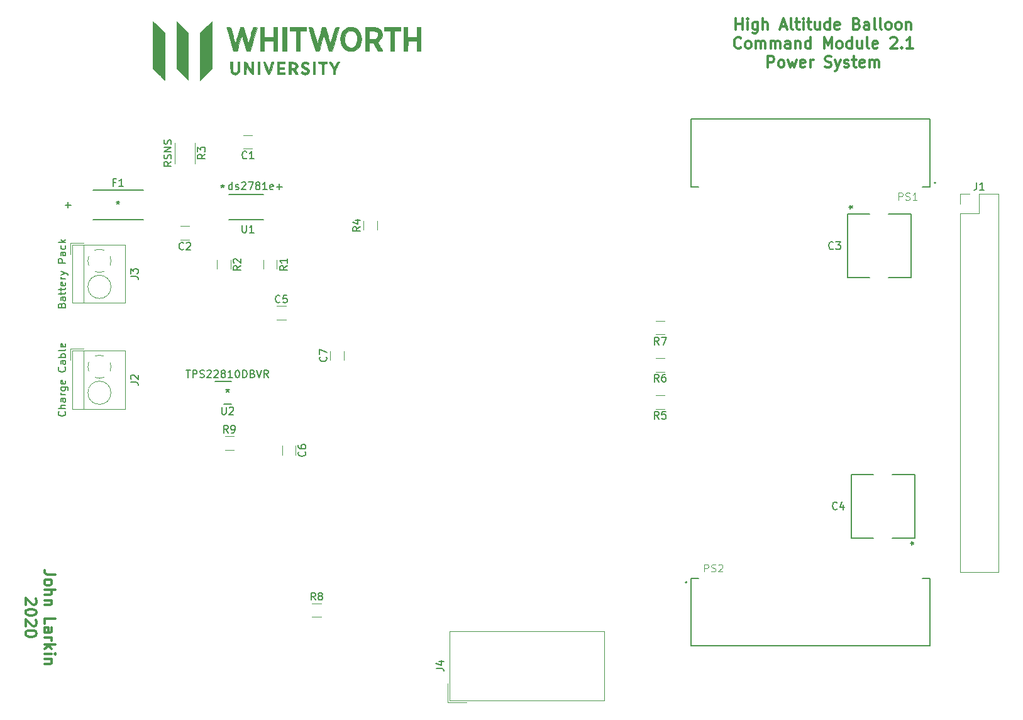
<source format=gbr>
G04 #@! TF.GenerationSoftware,KiCad,Pcbnew,(5.1.4)-1*
G04 #@! TF.CreationDate,2020-04-14T09:58:38-07:00*
G04 #@! TF.ProjectId,power,706f7765-722e-46b6-9963-61645f706362,rev?*
G04 #@! TF.SameCoordinates,Original*
G04 #@! TF.FileFunction,Legend,Top*
G04 #@! TF.FilePolarity,Positive*
%FSLAX46Y46*%
G04 Gerber Fmt 4.6, Leading zero omitted, Abs format (unit mm)*
G04 Created by KiCad (PCBNEW (5.1.4)-1) date 2020-04-14 09:58:38*
%MOMM*%
%LPD*%
G04 APERTURE LIST*
%ADD10C,0.300000*%
%ADD11C,0.152400*%
%ADD12C,0.120000*%
%ADD13C,0.010000*%
%ADD14C,0.127000*%
%ADD15C,0.200000*%
%ADD16C,0.150000*%
%ADD17C,0.015000*%
G04 APERTURE END LIST*
D10*
X31846428Y-101964285D02*
X30775000Y-101964285D01*
X30560714Y-101892857D01*
X30417857Y-101750000D01*
X30346428Y-101535714D01*
X30346428Y-101392857D01*
X30346428Y-102892857D02*
X30417857Y-102750000D01*
X30489285Y-102678571D01*
X30632142Y-102607142D01*
X31060714Y-102607142D01*
X31203571Y-102678571D01*
X31275000Y-102750000D01*
X31346428Y-102892857D01*
X31346428Y-103107142D01*
X31275000Y-103250000D01*
X31203571Y-103321428D01*
X31060714Y-103392857D01*
X30632142Y-103392857D01*
X30489285Y-103321428D01*
X30417857Y-103250000D01*
X30346428Y-103107142D01*
X30346428Y-102892857D01*
X30346428Y-104035714D02*
X31846428Y-104035714D01*
X30346428Y-104678571D02*
X31132142Y-104678571D01*
X31275000Y-104607142D01*
X31346428Y-104464285D01*
X31346428Y-104250000D01*
X31275000Y-104107142D01*
X31203571Y-104035714D01*
X31346428Y-105392857D02*
X30346428Y-105392857D01*
X31203571Y-105392857D02*
X31275000Y-105464285D01*
X31346428Y-105607142D01*
X31346428Y-105821428D01*
X31275000Y-105964285D01*
X31132142Y-106035714D01*
X30346428Y-106035714D01*
X30346428Y-108607142D02*
X30346428Y-107892857D01*
X31846428Y-107892857D01*
X30346428Y-109750000D02*
X31132142Y-109750000D01*
X31275000Y-109678571D01*
X31346428Y-109535714D01*
X31346428Y-109250000D01*
X31275000Y-109107142D01*
X30417857Y-109750000D02*
X30346428Y-109607142D01*
X30346428Y-109250000D01*
X30417857Y-109107142D01*
X30560714Y-109035714D01*
X30703571Y-109035714D01*
X30846428Y-109107142D01*
X30917857Y-109250000D01*
X30917857Y-109607142D01*
X30989285Y-109750000D01*
X30346428Y-110464285D02*
X31346428Y-110464285D01*
X31060714Y-110464285D02*
X31203571Y-110535714D01*
X31275000Y-110607142D01*
X31346428Y-110750000D01*
X31346428Y-110892857D01*
X30346428Y-111392857D02*
X31846428Y-111392857D01*
X30917857Y-111535714D02*
X30346428Y-111964285D01*
X31346428Y-111964285D02*
X30775000Y-111392857D01*
X30346428Y-112607142D02*
X31346428Y-112607142D01*
X31846428Y-112607142D02*
X31775000Y-112535714D01*
X31703571Y-112607142D01*
X31775000Y-112678571D01*
X31846428Y-112607142D01*
X31703571Y-112607142D01*
X31346428Y-113321428D02*
X30346428Y-113321428D01*
X31203571Y-113321428D02*
X31275000Y-113392857D01*
X31346428Y-113535714D01*
X31346428Y-113750000D01*
X31275000Y-113892857D01*
X31132142Y-113964285D01*
X30346428Y-113964285D01*
X29153571Y-105178571D02*
X29225000Y-105250000D01*
X29296428Y-105392857D01*
X29296428Y-105750000D01*
X29225000Y-105892857D01*
X29153571Y-105964285D01*
X29010714Y-106035714D01*
X28867857Y-106035714D01*
X28653571Y-105964285D01*
X27796428Y-105107142D01*
X27796428Y-106035714D01*
X29296428Y-106964285D02*
X29296428Y-107107142D01*
X29225000Y-107250000D01*
X29153571Y-107321428D01*
X29010714Y-107392857D01*
X28725000Y-107464285D01*
X28367857Y-107464285D01*
X28082142Y-107392857D01*
X27939285Y-107321428D01*
X27867857Y-107250000D01*
X27796428Y-107107142D01*
X27796428Y-106964285D01*
X27867857Y-106821428D01*
X27939285Y-106750000D01*
X28082142Y-106678571D01*
X28367857Y-106607142D01*
X28725000Y-106607142D01*
X29010714Y-106678571D01*
X29153571Y-106750000D01*
X29225000Y-106821428D01*
X29296428Y-106964285D01*
X29153571Y-108035714D02*
X29225000Y-108107142D01*
X29296428Y-108250000D01*
X29296428Y-108607142D01*
X29225000Y-108750000D01*
X29153571Y-108821428D01*
X29010714Y-108892857D01*
X28867857Y-108892857D01*
X28653571Y-108821428D01*
X27796428Y-107964285D01*
X27796428Y-108892857D01*
X29296428Y-109821428D02*
X29296428Y-109964285D01*
X29225000Y-110107142D01*
X29153571Y-110178571D01*
X29010714Y-110250000D01*
X28725000Y-110321428D01*
X28367857Y-110321428D01*
X28082142Y-110250000D01*
X27939285Y-110178571D01*
X27867857Y-110107142D01*
X27796428Y-109964285D01*
X27796428Y-109821428D01*
X27867857Y-109678571D01*
X27939285Y-109607142D01*
X28082142Y-109535714D01*
X28367857Y-109464285D01*
X28725000Y-109464285D01*
X29010714Y-109535714D01*
X29153571Y-109607142D01*
X29225000Y-109678571D01*
X29296428Y-109821428D01*
X123464285Y-28628571D02*
X123464285Y-27128571D01*
X123464285Y-27842857D02*
X124321428Y-27842857D01*
X124321428Y-28628571D02*
X124321428Y-27128571D01*
X125035714Y-28628571D02*
X125035714Y-27628571D01*
X125035714Y-27128571D02*
X124964285Y-27200000D01*
X125035714Y-27271428D01*
X125107142Y-27200000D01*
X125035714Y-27128571D01*
X125035714Y-27271428D01*
X126392857Y-27628571D02*
X126392857Y-28842857D01*
X126321428Y-28985714D01*
X126250000Y-29057142D01*
X126107142Y-29128571D01*
X125892857Y-29128571D01*
X125750000Y-29057142D01*
X126392857Y-28557142D02*
X126250000Y-28628571D01*
X125964285Y-28628571D01*
X125821428Y-28557142D01*
X125750000Y-28485714D01*
X125678571Y-28342857D01*
X125678571Y-27914285D01*
X125750000Y-27771428D01*
X125821428Y-27700000D01*
X125964285Y-27628571D01*
X126250000Y-27628571D01*
X126392857Y-27700000D01*
X127107142Y-28628571D02*
X127107142Y-27128571D01*
X127750000Y-28628571D02*
X127750000Y-27842857D01*
X127678571Y-27700000D01*
X127535714Y-27628571D01*
X127321428Y-27628571D01*
X127178571Y-27700000D01*
X127107142Y-27771428D01*
X129535714Y-28200000D02*
X130250000Y-28200000D01*
X129392857Y-28628571D02*
X129892857Y-27128571D01*
X130392857Y-28628571D01*
X131107142Y-28628571D02*
X130964285Y-28557142D01*
X130892857Y-28414285D01*
X130892857Y-27128571D01*
X131464285Y-27628571D02*
X132035714Y-27628571D01*
X131678571Y-27128571D02*
X131678571Y-28414285D01*
X131750000Y-28557142D01*
X131892857Y-28628571D01*
X132035714Y-28628571D01*
X132535714Y-28628571D02*
X132535714Y-27628571D01*
X132535714Y-27128571D02*
X132464285Y-27200000D01*
X132535714Y-27271428D01*
X132607142Y-27200000D01*
X132535714Y-27128571D01*
X132535714Y-27271428D01*
X133035714Y-27628571D02*
X133607142Y-27628571D01*
X133250000Y-27128571D02*
X133250000Y-28414285D01*
X133321428Y-28557142D01*
X133464285Y-28628571D01*
X133607142Y-28628571D01*
X134750000Y-27628571D02*
X134750000Y-28628571D01*
X134107142Y-27628571D02*
X134107142Y-28414285D01*
X134178571Y-28557142D01*
X134321428Y-28628571D01*
X134535714Y-28628571D01*
X134678571Y-28557142D01*
X134750000Y-28485714D01*
X136107142Y-28628571D02*
X136107142Y-27128571D01*
X136107142Y-28557142D02*
X135964285Y-28628571D01*
X135678571Y-28628571D01*
X135535714Y-28557142D01*
X135464285Y-28485714D01*
X135392857Y-28342857D01*
X135392857Y-27914285D01*
X135464285Y-27771428D01*
X135535714Y-27700000D01*
X135678571Y-27628571D01*
X135964285Y-27628571D01*
X136107142Y-27700000D01*
X137392857Y-28557142D02*
X137250000Y-28628571D01*
X136964285Y-28628571D01*
X136821428Y-28557142D01*
X136750000Y-28414285D01*
X136750000Y-27842857D01*
X136821428Y-27700000D01*
X136964285Y-27628571D01*
X137250000Y-27628571D01*
X137392857Y-27700000D01*
X137464285Y-27842857D01*
X137464285Y-27985714D01*
X136750000Y-28128571D01*
X139750000Y-27842857D02*
X139964285Y-27914285D01*
X140035714Y-27985714D01*
X140107142Y-28128571D01*
X140107142Y-28342857D01*
X140035714Y-28485714D01*
X139964285Y-28557142D01*
X139821428Y-28628571D01*
X139250000Y-28628571D01*
X139250000Y-27128571D01*
X139750000Y-27128571D01*
X139892857Y-27200000D01*
X139964285Y-27271428D01*
X140035714Y-27414285D01*
X140035714Y-27557142D01*
X139964285Y-27700000D01*
X139892857Y-27771428D01*
X139750000Y-27842857D01*
X139250000Y-27842857D01*
X141392857Y-28628571D02*
X141392857Y-27842857D01*
X141321428Y-27700000D01*
X141178571Y-27628571D01*
X140892857Y-27628571D01*
X140750000Y-27700000D01*
X141392857Y-28557142D02*
X141250000Y-28628571D01*
X140892857Y-28628571D01*
X140750000Y-28557142D01*
X140678571Y-28414285D01*
X140678571Y-28271428D01*
X140750000Y-28128571D01*
X140892857Y-28057142D01*
X141250000Y-28057142D01*
X141392857Y-27985714D01*
X142321428Y-28628571D02*
X142178571Y-28557142D01*
X142107142Y-28414285D01*
X142107142Y-27128571D01*
X143107142Y-28628571D02*
X142964285Y-28557142D01*
X142892857Y-28414285D01*
X142892857Y-27128571D01*
X143892857Y-28628571D02*
X143750000Y-28557142D01*
X143678571Y-28485714D01*
X143607142Y-28342857D01*
X143607142Y-27914285D01*
X143678571Y-27771428D01*
X143750000Y-27700000D01*
X143892857Y-27628571D01*
X144107142Y-27628571D01*
X144250000Y-27700000D01*
X144321428Y-27771428D01*
X144392857Y-27914285D01*
X144392857Y-28342857D01*
X144321428Y-28485714D01*
X144250000Y-28557142D01*
X144107142Y-28628571D01*
X143892857Y-28628571D01*
X145250000Y-28628571D02*
X145107142Y-28557142D01*
X145035714Y-28485714D01*
X144964285Y-28342857D01*
X144964285Y-27914285D01*
X145035714Y-27771428D01*
X145107142Y-27700000D01*
X145250000Y-27628571D01*
X145464285Y-27628571D01*
X145607142Y-27700000D01*
X145678571Y-27771428D01*
X145750000Y-27914285D01*
X145750000Y-28342857D01*
X145678571Y-28485714D01*
X145607142Y-28557142D01*
X145464285Y-28628571D01*
X145250000Y-28628571D01*
X146392857Y-27628571D02*
X146392857Y-28628571D01*
X146392857Y-27771428D02*
X146464285Y-27700000D01*
X146607142Y-27628571D01*
X146821428Y-27628571D01*
X146964285Y-27700000D01*
X147035714Y-27842857D01*
X147035714Y-28628571D01*
X124142857Y-31035714D02*
X124071428Y-31107142D01*
X123857142Y-31178571D01*
X123714285Y-31178571D01*
X123500000Y-31107142D01*
X123357142Y-30964285D01*
X123285714Y-30821428D01*
X123214285Y-30535714D01*
X123214285Y-30321428D01*
X123285714Y-30035714D01*
X123357142Y-29892857D01*
X123500000Y-29750000D01*
X123714285Y-29678571D01*
X123857142Y-29678571D01*
X124071428Y-29750000D01*
X124142857Y-29821428D01*
X125000000Y-31178571D02*
X124857142Y-31107142D01*
X124785714Y-31035714D01*
X124714285Y-30892857D01*
X124714285Y-30464285D01*
X124785714Y-30321428D01*
X124857142Y-30250000D01*
X125000000Y-30178571D01*
X125214285Y-30178571D01*
X125357142Y-30250000D01*
X125428571Y-30321428D01*
X125500000Y-30464285D01*
X125500000Y-30892857D01*
X125428571Y-31035714D01*
X125357142Y-31107142D01*
X125214285Y-31178571D01*
X125000000Y-31178571D01*
X126142857Y-31178571D02*
X126142857Y-30178571D01*
X126142857Y-30321428D02*
X126214285Y-30250000D01*
X126357142Y-30178571D01*
X126571428Y-30178571D01*
X126714285Y-30250000D01*
X126785714Y-30392857D01*
X126785714Y-31178571D01*
X126785714Y-30392857D02*
X126857142Y-30250000D01*
X127000000Y-30178571D01*
X127214285Y-30178571D01*
X127357142Y-30250000D01*
X127428571Y-30392857D01*
X127428571Y-31178571D01*
X128142857Y-31178571D02*
X128142857Y-30178571D01*
X128142857Y-30321428D02*
X128214285Y-30250000D01*
X128357142Y-30178571D01*
X128571428Y-30178571D01*
X128714285Y-30250000D01*
X128785714Y-30392857D01*
X128785714Y-31178571D01*
X128785714Y-30392857D02*
X128857142Y-30250000D01*
X129000000Y-30178571D01*
X129214285Y-30178571D01*
X129357142Y-30250000D01*
X129428571Y-30392857D01*
X129428571Y-31178571D01*
X130785714Y-31178571D02*
X130785714Y-30392857D01*
X130714285Y-30250000D01*
X130571428Y-30178571D01*
X130285714Y-30178571D01*
X130142857Y-30250000D01*
X130785714Y-31107142D02*
X130642857Y-31178571D01*
X130285714Y-31178571D01*
X130142857Y-31107142D01*
X130071428Y-30964285D01*
X130071428Y-30821428D01*
X130142857Y-30678571D01*
X130285714Y-30607142D01*
X130642857Y-30607142D01*
X130785714Y-30535714D01*
X131500000Y-30178571D02*
X131500000Y-31178571D01*
X131500000Y-30321428D02*
X131571428Y-30250000D01*
X131714285Y-30178571D01*
X131928571Y-30178571D01*
X132071428Y-30250000D01*
X132142857Y-30392857D01*
X132142857Y-31178571D01*
X133500000Y-31178571D02*
X133500000Y-29678571D01*
X133500000Y-31107142D02*
X133357142Y-31178571D01*
X133071428Y-31178571D01*
X132928571Y-31107142D01*
X132857142Y-31035714D01*
X132785714Y-30892857D01*
X132785714Y-30464285D01*
X132857142Y-30321428D01*
X132928571Y-30250000D01*
X133071428Y-30178571D01*
X133357142Y-30178571D01*
X133500000Y-30250000D01*
X135357142Y-31178571D02*
X135357142Y-29678571D01*
X135857142Y-30750000D01*
X136357142Y-29678571D01*
X136357142Y-31178571D01*
X137285714Y-31178571D02*
X137142857Y-31107142D01*
X137071428Y-31035714D01*
X137000000Y-30892857D01*
X137000000Y-30464285D01*
X137071428Y-30321428D01*
X137142857Y-30250000D01*
X137285714Y-30178571D01*
X137500000Y-30178571D01*
X137642857Y-30250000D01*
X137714285Y-30321428D01*
X137785714Y-30464285D01*
X137785714Y-30892857D01*
X137714285Y-31035714D01*
X137642857Y-31107142D01*
X137500000Y-31178571D01*
X137285714Y-31178571D01*
X139071428Y-31178571D02*
X139071428Y-29678571D01*
X139071428Y-31107142D02*
X138928571Y-31178571D01*
X138642857Y-31178571D01*
X138500000Y-31107142D01*
X138428571Y-31035714D01*
X138357142Y-30892857D01*
X138357142Y-30464285D01*
X138428571Y-30321428D01*
X138500000Y-30250000D01*
X138642857Y-30178571D01*
X138928571Y-30178571D01*
X139071428Y-30250000D01*
X140428571Y-30178571D02*
X140428571Y-31178571D01*
X139785714Y-30178571D02*
X139785714Y-30964285D01*
X139857142Y-31107142D01*
X140000000Y-31178571D01*
X140214285Y-31178571D01*
X140357142Y-31107142D01*
X140428571Y-31035714D01*
X141357142Y-31178571D02*
X141214285Y-31107142D01*
X141142857Y-30964285D01*
X141142857Y-29678571D01*
X142500000Y-31107142D02*
X142357142Y-31178571D01*
X142071428Y-31178571D01*
X141928571Y-31107142D01*
X141857142Y-30964285D01*
X141857142Y-30392857D01*
X141928571Y-30250000D01*
X142071428Y-30178571D01*
X142357142Y-30178571D01*
X142500000Y-30250000D01*
X142571428Y-30392857D01*
X142571428Y-30535714D01*
X141857142Y-30678571D01*
X144285714Y-29821428D02*
X144357142Y-29750000D01*
X144500000Y-29678571D01*
X144857142Y-29678571D01*
X145000000Y-29750000D01*
X145071428Y-29821428D01*
X145142857Y-29964285D01*
X145142857Y-30107142D01*
X145071428Y-30321428D01*
X144214285Y-31178571D01*
X145142857Y-31178571D01*
X145785714Y-31035714D02*
X145857142Y-31107142D01*
X145785714Y-31178571D01*
X145714285Y-31107142D01*
X145785714Y-31035714D01*
X145785714Y-31178571D01*
X147285714Y-31178571D02*
X146428571Y-31178571D01*
X146857142Y-31178571D02*
X146857142Y-29678571D01*
X146714285Y-29892857D01*
X146571428Y-30035714D01*
X146428571Y-30107142D01*
X127749999Y-33728571D02*
X127749999Y-32228571D01*
X128321428Y-32228571D01*
X128464285Y-32300000D01*
X128535714Y-32371428D01*
X128607142Y-32514285D01*
X128607142Y-32728571D01*
X128535714Y-32871428D01*
X128464285Y-32942857D01*
X128321428Y-33014285D01*
X127749999Y-33014285D01*
X129464285Y-33728571D02*
X129321428Y-33657142D01*
X129249999Y-33585714D01*
X129178571Y-33442857D01*
X129178571Y-33014285D01*
X129249999Y-32871428D01*
X129321428Y-32800000D01*
X129464285Y-32728571D01*
X129678571Y-32728571D01*
X129821428Y-32800000D01*
X129892857Y-32871428D01*
X129964285Y-33014285D01*
X129964285Y-33442857D01*
X129892857Y-33585714D01*
X129821428Y-33657142D01*
X129678571Y-33728571D01*
X129464285Y-33728571D01*
X130464285Y-32728571D02*
X130749999Y-33728571D01*
X131035714Y-33014285D01*
X131321428Y-33728571D01*
X131607142Y-32728571D01*
X132749999Y-33657142D02*
X132607142Y-33728571D01*
X132321428Y-33728571D01*
X132178571Y-33657142D01*
X132107142Y-33514285D01*
X132107142Y-32942857D01*
X132178571Y-32800000D01*
X132321428Y-32728571D01*
X132607142Y-32728571D01*
X132749999Y-32800000D01*
X132821428Y-32942857D01*
X132821428Y-33085714D01*
X132107142Y-33228571D01*
X133464285Y-33728571D02*
X133464285Y-32728571D01*
X133464285Y-33014285D02*
X133535714Y-32871428D01*
X133607142Y-32800000D01*
X133749999Y-32728571D01*
X133892857Y-32728571D01*
X135464285Y-33657142D02*
X135678571Y-33728571D01*
X136035714Y-33728571D01*
X136178571Y-33657142D01*
X136250000Y-33585714D01*
X136321428Y-33442857D01*
X136321428Y-33300000D01*
X136250000Y-33157142D01*
X136178571Y-33085714D01*
X136035714Y-33014285D01*
X135750000Y-32942857D01*
X135607142Y-32871428D01*
X135535714Y-32800000D01*
X135464285Y-32657142D01*
X135464285Y-32514285D01*
X135535714Y-32371428D01*
X135607142Y-32300000D01*
X135750000Y-32228571D01*
X136107142Y-32228571D01*
X136321428Y-32300000D01*
X136821428Y-32728571D02*
X137178571Y-33728571D01*
X137535714Y-32728571D02*
X137178571Y-33728571D01*
X137035714Y-34085714D01*
X136964285Y-34157142D01*
X136821428Y-34228571D01*
X138035714Y-33657142D02*
X138178571Y-33728571D01*
X138464285Y-33728571D01*
X138607142Y-33657142D01*
X138678571Y-33514285D01*
X138678571Y-33442857D01*
X138607142Y-33300000D01*
X138464285Y-33228571D01*
X138250000Y-33228571D01*
X138107142Y-33157142D01*
X138035714Y-33014285D01*
X138035714Y-32942857D01*
X138107142Y-32800000D01*
X138250000Y-32728571D01*
X138464285Y-32728571D01*
X138607142Y-32800000D01*
X139107142Y-32728571D02*
X139678571Y-32728571D01*
X139321428Y-32228571D02*
X139321428Y-33514285D01*
X139392857Y-33657142D01*
X139535714Y-33728571D01*
X139678571Y-33728571D01*
X140750000Y-33657142D02*
X140607142Y-33728571D01*
X140321428Y-33728571D01*
X140178571Y-33657142D01*
X140107142Y-33514285D01*
X140107142Y-32942857D01*
X140178571Y-32800000D01*
X140321428Y-32728571D01*
X140607142Y-32728571D01*
X140750000Y-32800000D01*
X140821428Y-32942857D01*
X140821428Y-33085714D01*
X140107142Y-33228571D01*
X141464285Y-33728571D02*
X141464285Y-32728571D01*
X141464285Y-32871428D02*
X141535714Y-32800000D01*
X141678571Y-32728571D01*
X141892857Y-32728571D01*
X142035714Y-32800000D01*
X142107142Y-32942857D01*
X142107142Y-33728571D01*
X142107142Y-32942857D02*
X142178571Y-32800000D01*
X142321428Y-32728571D01*
X142535714Y-32728571D01*
X142678571Y-32800000D01*
X142750000Y-32942857D01*
X142750000Y-33728571D01*
D11*
X141964760Y-88470100D02*
X138970100Y-88470100D01*
X144535240Y-97029900D02*
X147529900Y-97029900D01*
X138970100Y-97029900D02*
X141964760Y-97029900D01*
X138970100Y-88470100D02*
X138970100Y-97029900D01*
X147529900Y-88470100D02*
X144535240Y-88470100D01*
X147529900Y-97029900D02*
X147529900Y-88470100D01*
X138470100Y-53470100D02*
X138470100Y-62029900D01*
X138470100Y-62029900D02*
X141464760Y-62029900D01*
X147029900Y-62029900D02*
X147029900Y-53470100D01*
X147029900Y-53470100D02*
X144035240Y-53470100D01*
X141464760Y-53470100D02*
X138470100Y-53470100D01*
X144035240Y-62029900D02*
X147029900Y-62029900D01*
X43628200Y-50268800D02*
X36871800Y-50268800D01*
X36871800Y-54231200D02*
X43628200Y-54231200D01*
X33519000Y-51869000D02*
X33519000Y-52631000D01*
X33900000Y-52250000D02*
X33138000Y-52250000D01*
D12*
X153610000Y-50740000D02*
X154940000Y-50740000D01*
X153610000Y-52070000D02*
X153610000Y-50740000D01*
X156210000Y-50740000D02*
X158810000Y-50740000D01*
X156210000Y-53340000D02*
X156210000Y-50740000D01*
X153610000Y-53340000D02*
X156210000Y-53340000D01*
X158810000Y-50740000D02*
X158810000Y-101660000D01*
X153610000Y-53340000D02*
X153610000Y-101660000D01*
X153610000Y-101660000D02*
X158810000Y-101660000D01*
D13*
G36*
X79256000Y-29681930D02*
G01*
X79880416Y-29670215D01*
X80504833Y-29658500D01*
X80528149Y-28325000D01*
X81034000Y-28325000D01*
X81034000Y-31500000D01*
X80528149Y-31500000D01*
X80504833Y-30166500D01*
X79277166Y-30166500D01*
X79253850Y-31500000D01*
X78748000Y-31500000D01*
X78748000Y-28325000D01*
X79256000Y-28325000D01*
X79256000Y-29681930D01*
X79256000Y-29681930D01*
G37*
X79256000Y-29681930D02*
X79880416Y-29670215D01*
X80504833Y-29658500D01*
X80528149Y-28325000D01*
X81034000Y-28325000D01*
X81034000Y-31500000D01*
X80528149Y-31500000D01*
X80504833Y-30166500D01*
X79277166Y-30166500D01*
X79253850Y-31500000D01*
X78748000Y-31500000D01*
X78748000Y-28325000D01*
X79256000Y-28325000D01*
X79256000Y-29681930D01*
G36*
X78324666Y-28833000D02*
G01*
X77478000Y-28833000D01*
X77478000Y-31500000D01*
X76970000Y-31500000D01*
X76970000Y-28833000D01*
X76123333Y-28833000D01*
X76123333Y-28325000D01*
X78324666Y-28325000D01*
X78324666Y-28833000D01*
X78324666Y-28833000D01*
G37*
X78324666Y-28833000D02*
X77478000Y-28833000D01*
X77478000Y-31500000D01*
X76970000Y-31500000D01*
X76970000Y-28833000D01*
X76123333Y-28833000D01*
X76123333Y-28325000D01*
X78324666Y-28325000D01*
X78324666Y-28833000D01*
G36*
X74564106Y-28328859D02*
G01*
X74825260Y-28342213D01*
X75030443Y-28367724D01*
X75193867Y-28408053D01*
X75329740Y-28465865D01*
X75452273Y-28543820D01*
X75469466Y-28556717D01*
X75644032Y-28739280D01*
X75756952Y-28962205D01*
X75809758Y-29209491D01*
X75803982Y-29465133D01*
X75741154Y-29713129D01*
X75622805Y-29937474D01*
X75450467Y-30122167D01*
X75310990Y-30212975D01*
X75228404Y-30263606D01*
X75192079Y-30301563D01*
X75192000Y-30302632D01*
X75212882Y-30346736D01*
X75270477Y-30449876D01*
X75357199Y-30598929D01*
X75465469Y-30780774D01*
X75530666Y-30888714D01*
X75647444Y-31082750D01*
X75746806Y-31250983D01*
X75821174Y-31380332D01*
X75862972Y-31457715D01*
X75869333Y-31473336D01*
X75830591Y-31486523D01*
X75728697Y-31496056D01*
X75585147Y-31499985D01*
X75575258Y-31500000D01*
X75281183Y-31500000D01*
X74951104Y-30949667D01*
X74621025Y-30399333D01*
X74091333Y-30399333D01*
X74091333Y-31500000D01*
X73541000Y-31500000D01*
X73541000Y-28833000D01*
X74091333Y-28833000D01*
X74091333Y-29891333D01*
X74497551Y-29891333D01*
X74717384Y-29886718D01*
X74871738Y-29871164D01*
X74979385Y-29842103D01*
X75026034Y-29819110D01*
X75163140Y-29692430D01*
X75247374Y-29519259D01*
X75272610Y-29323698D01*
X75232724Y-29129847D01*
X75212450Y-29085614D01*
X75136617Y-28977257D01*
X75030883Y-28903053D01*
X74880642Y-28857855D01*
X74671287Y-28836515D01*
X74495602Y-28833000D01*
X74091333Y-28833000D01*
X73541000Y-28833000D01*
X73541000Y-28325000D01*
X74232771Y-28325000D01*
X74564106Y-28328859D01*
X74564106Y-28328859D01*
G37*
X74564106Y-28328859D02*
X74825260Y-28342213D01*
X75030443Y-28367724D01*
X75193867Y-28408053D01*
X75329740Y-28465865D01*
X75452273Y-28543820D01*
X75469466Y-28556717D01*
X75644032Y-28739280D01*
X75756952Y-28962205D01*
X75809758Y-29209491D01*
X75803982Y-29465133D01*
X75741154Y-29713129D01*
X75622805Y-29937474D01*
X75450467Y-30122167D01*
X75310990Y-30212975D01*
X75228404Y-30263606D01*
X75192079Y-30301563D01*
X75192000Y-30302632D01*
X75212882Y-30346736D01*
X75270477Y-30449876D01*
X75357199Y-30598929D01*
X75465469Y-30780774D01*
X75530666Y-30888714D01*
X75647444Y-31082750D01*
X75746806Y-31250983D01*
X75821174Y-31380332D01*
X75862972Y-31457715D01*
X75869333Y-31473336D01*
X75830591Y-31486523D01*
X75728697Y-31496056D01*
X75585147Y-31499985D01*
X75575258Y-31500000D01*
X75281183Y-31500000D01*
X74951104Y-30949667D01*
X74621025Y-30399333D01*
X74091333Y-30399333D01*
X74091333Y-31500000D01*
X73541000Y-31500000D01*
X73541000Y-28833000D01*
X74091333Y-28833000D01*
X74091333Y-29891333D01*
X74497551Y-29891333D01*
X74717384Y-29886718D01*
X74871738Y-29871164D01*
X74979385Y-29842103D01*
X75026034Y-29819110D01*
X75163140Y-29692430D01*
X75247374Y-29519259D01*
X75272610Y-29323698D01*
X75232724Y-29129847D01*
X75212450Y-29085614D01*
X75136617Y-28977257D01*
X75030883Y-28903053D01*
X74880642Y-28857855D01*
X74671287Y-28836515D01*
X74495602Y-28833000D01*
X74091333Y-28833000D01*
X73541000Y-28833000D01*
X73541000Y-28325000D01*
X74232771Y-28325000D01*
X74564106Y-28328859D01*
G36*
X65616195Y-28568416D02*
G01*
X65603500Y-28811833D01*
X65190750Y-28823949D01*
X64778000Y-28836066D01*
X64778000Y-31500000D01*
X64227666Y-31500000D01*
X64227666Y-28836066D01*
X63814916Y-28823949D01*
X63402166Y-28811833D01*
X63389470Y-28568416D01*
X63376774Y-28325000D01*
X65628891Y-28325000D01*
X65616195Y-28568416D01*
X65616195Y-28568416D01*
G37*
X65616195Y-28568416D02*
X65603500Y-28811833D01*
X65190750Y-28823949D01*
X64778000Y-28836066D01*
X64778000Y-31500000D01*
X64227666Y-31500000D01*
X64227666Y-28836066D01*
X63814916Y-28823949D01*
X63402166Y-28811833D01*
X63389470Y-28568416D01*
X63376774Y-28325000D01*
X65628891Y-28325000D01*
X65616195Y-28568416D01*
G36*
X62957666Y-31500000D02*
G01*
X62407333Y-31500000D01*
X62407333Y-28325000D01*
X62957666Y-28325000D01*
X62957666Y-31500000D01*
X62957666Y-31500000D01*
G37*
X62957666Y-31500000D02*
X62407333Y-31500000D01*
X62407333Y-28325000D01*
X62957666Y-28325000D01*
X62957666Y-31500000D01*
G36*
X59952000Y-29679667D02*
G01*
X61179666Y-29679667D01*
X61179666Y-28325000D01*
X61730000Y-28325000D01*
X61730000Y-31500000D01*
X61179666Y-31500000D01*
X61179666Y-30145333D01*
X59952000Y-30145333D01*
X59952000Y-31500000D01*
X59401666Y-31500000D01*
X59401666Y-28325000D01*
X59952000Y-28325000D01*
X59952000Y-29679667D01*
X59952000Y-29679667D01*
G37*
X59952000Y-29679667D02*
X61179666Y-29679667D01*
X61179666Y-28325000D01*
X61730000Y-28325000D01*
X61730000Y-31500000D01*
X61179666Y-31500000D01*
X61179666Y-30145333D01*
X59952000Y-30145333D01*
X59952000Y-31500000D01*
X59401666Y-31500000D01*
X59401666Y-28325000D01*
X59952000Y-28325000D01*
X59952000Y-29679667D01*
G36*
X68113461Y-28331060D02*
G01*
X68190046Y-28353242D01*
X68223151Y-28397545D01*
X68223626Y-28399083D01*
X68240913Y-28459305D01*
X68277543Y-28588901D01*
X68330096Y-28775694D01*
X68395148Y-29007508D01*
X68469278Y-29272170D01*
X68524051Y-29468000D01*
X68602459Y-29747549D01*
X68674319Y-30001975D01*
X68736197Y-30219261D01*
X68784659Y-30387389D01*
X68816271Y-30494344D01*
X68826517Y-30526333D01*
X68843364Y-30504130D01*
X68878755Y-30409743D01*
X68929678Y-30252868D01*
X68993121Y-30043199D01*
X69066071Y-29790428D01*
X69145517Y-29504251D01*
X69155378Y-29468000D01*
X69459867Y-28346167D01*
X69743009Y-28333662D01*
X69898529Y-28330615D01*
X69982944Y-28340107D01*
X70009168Y-28364210D01*
X70007158Y-28375996D01*
X69992013Y-28426191D01*
X69956580Y-28546707D01*
X69904055Y-28726519D01*
X69837634Y-28954603D01*
X69760514Y-29219936D01*
X69675892Y-29511493D01*
X69586964Y-29818250D01*
X69496927Y-30129183D01*
X69408977Y-30433268D01*
X69326311Y-30719482D01*
X69252126Y-30976800D01*
X69189618Y-31194198D01*
X69159611Y-31298917D01*
X69089992Y-31542333D01*
X68608237Y-31542333D01*
X68292080Y-30443104D01*
X68208109Y-30156531D01*
X68130414Y-29901569D01*
X68062244Y-29688082D01*
X68006851Y-29525932D01*
X67967486Y-29424981D01*
X67947401Y-29395092D01*
X67946847Y-29395831D01*
X67926594Y-29451724D01*
X67885394Y-29582319D01*
X67825252Y-29780821D01*
X67748178Y-30040437D01*
X67656177Y-30354372D01*
X67551257Y-30715833D01*
X67435426Y-31118025D01*
X67353327Y-31404750D01*
X67326738Y-31482473D01*
X67288162Y-31523450D01*
X67213689Y-31539359D01*
X67079407Y-31541881D01*
X67072593Y-31541869D01*
X66831166Y-31541404D01*
X66390816Y-30007285D01*
X66290944Y-29659196D01*
X66197944Y-29334775D01*
X66114525Y-29043490D01*
X66043394Y-28794811D01*
X65987259Y-28598203D01*
X65948828Y-28463135D01*
X65930809Y-28399074D01*
X65930257Y-28397024D01*
X65927673Y-28357064D01*
X65957963Y-28335718D01*
X66037910Y-28329002D01*
X66184293Y-28332936D01*
X66197848Y-28333524D01*
X66485649Y-28346167D01*
X66782965Y-29458774D01*
X66861732Y-29747766D01*
X66934800Y-30004925D01*
X66999123Y-30220392D01*
X67051656Y-30384311D01*
X67089354Y-30486824D01*
X67109171Y-30518074D01*
X67109945Y-30517107D01*
X67130170Y-30460827D01*
X67168766Y-30336557D01*
X67221689Y-30157956D01*
X67284896Y-29938680D01*
X67354342Y-29692387D01*
X67357890Y-29679667D01*
X67432813Y-29411760D01*
X67506335Y-29150503D01*
X67572985Y-28915208D01*
X67627297Y-28725190D01*
X67660545Y-28610750D01*
X67744918Y-28325000D01*
X67973106Y-28325000D01*
X68113461Y-28331060D01*
X68113461Y-28331060D01*
G37*
X68113461Y-28331060D02*
X68190046Y-28353242D01*
X68223151Y-28397545D01*
X68223626Y-28399083D01*
X68240913Y-28459305D01*
X68277543Y-28588901D01*
X68330096Y-28775694D01*
X68395148Y-29007508D01*
X68469278Y-29272170D01*
X68524051Y-29468000D01*
X68602459Y-29747549D01*
X68674319Y-30001975D01*
X68736197Y-30219261D01*
X68784659Y-30387389D01*
X68816271Y-30494344D01*
X68826517Y-30526333D01*
X68843364Y-30504130D01*
X68878755Y-30409743D01*
X68929678Y-30252868D01*
X68993121Y-30043199D01*
X69066071Y-29790428D01*
X69145517Y-29504251D01*
X69155378Y-29468000D01*
X69459867Y-28346167D01*
X69743009Y-28333662D01*
X69898529Y-28330615D01*
X69982944Y-28340107D01*
X70009168Y-28364210D01*
X70007158Y-28375996D01*
X69992013Y-28426191D01*
X69956580Y-28546707D01*
X69904055Y-28726519D01*
X69837634Y-28954603D01*
X69760514Y-29219936D01*
X69675892Y-29511493D01*
X69586964Y-29818250D01*
X69496927Y-30129183D01*
X69408977Y-30433268D01*
X69326311Y-30719482D01*
X69252126Y-30976800D01*
X69189618Y-31194198D01*
X69159611Y-31298917D01*
X69089992Y-31542333D01*
X68608237Y-31542333D01*
X68292080Y-30443104D01*
X68208109Y-30156531D01*
X68130414Y-29901569D01*
X68062244Y-29688082D01*
X68006851Y-29525932D01*
X67967486Y-29424981D01*
X67947401Y-29395092D01*
X67946847Y-29395831D01*
X67926594Y-29451724D01*
X67885394Y-29582319D01*
X67825252Y-29780821D01*
X67748178Y-30040437D01*
X67656177Y-30354372D01*
X67551257Y-30715833D01*
X67435426Y-31118025D01*
X67353327Y-31404750D01*
X67326738Y-31482473D01*
X67288162Y-31523450D01*
X67213689Y-31539359D01*
X67079407Y-31541881D01*
X67072593Y-31541869D01*
X66831166Y-31541404D01*
X66390816Y-30007285D01*
X66290944Y-29659196D01*
X66197944Y-29334775D01*
X66114525Y-29043490D01*
X66043394Y-28794811D01*
X65987259Y-28598203D01*
X65948828Y-28463135D01*
X65930809Y-28399074D01*
X65930257Y-28397024D01*
X65927673Y-28357064D01*
X65957963Y-28335718D01*
X66037910Y-28329002D01*
X66184293Y-28332936D01*
X66197848Y-28333524D01*
X66485649Y-28346167D01*
X66782965Y-29458774D01*
X66861732Y-29747766D01*
X66934800Y-30004925D01*
X66999123Y-30220392D01*
X67051656Y-30384311D01*
X67089354Y-30486824D01*
X67109171Y-30518074D01*
X67109945Y-30517107D01*
X67130170Y-30460827D01*
X67168766Y-30336557D01*
X67221689Y-30157956D01*
X67284896Y-29938680D01*
X67354342Y-29692387D01*
X67357890Y-29679667D01*
X67432813Y-29411760D01*
X67506335Y-29150503D01*
X67572985Y-28915208D01*
X67627297Y-28725190D01*
X67660545Y-28610750D01*
X67744918Y-28325000D01*
X67973106Y-28325000D01*
X68113461Y-28331060D01*
G36*
X56881415Y-28323679D02*
G01*
X56926657Y-28325000D01*
X57154414Y-28325000D01*
X57237800Y-28610750D01*
X57275906Y-28743694D01*
X57331104Y-28939414D01*
X57398114Y-29179028D01*
X57471653Y-29443653D01*
X57542702Y-29700833D01*
X57612095Y-29949664D01*
X57675285Y-30170373D01*
X57728426Y-30349989D01*
X57767668Y-30475539D01*
X57789165Y-30534053D01*
X57790479Y-30536086D01*
X57807830Y-30505311D01*
X57843418Y-30402832D01*
X57894177Y-30238890D01*
X57957037Y-30023723D01*
X58028931Y-29767572D01*
X58106791Y-29480674D01*
X58107571Y-29477753D01*
X58186074Y-29186534D01*
X58258771Y-28922145D01*
X58322502Y-28695657D01*
X58374108Y-28518144D01*
X58410429Y-28400680D01*
X58428085Y-28354567D01*
X58483190Y-28338499D01*
X58596036Y-28331293D01*
X58713294Y-28333400D01*
X58968822Y-28346167D01*
X58508385Y-29933667D01*
X58406706Y-30284458D01*
X58312785Y-30608910D01*
X58229157Y-30898235D01*
X58158357Y-31143645D01*
X58102918Y-31336353D01*
X58065375Y-31467571D01*
X58048263Y-31528512D01*
X58047474Y-31531750D01*
X58008811Y-31537387D01*
X57909182Y-31541097D01*
X57803583Y-31542010D01*
X57560166Y-31541686D01*
X57244522Y-30441033D01*
X57160771Y-30154314D01*
X57083326Y-29899276D01*
X57015417Y-29685763D01*
X56960277Y-29523618D01*
X56921137Y-29422685D01*
X56901229Y-29392809D01*
X56900653Y-29393607D01*
X56880788Y-29449045D01*
X56841782Y-29572760D01*
X56787613Y-29751577D01*
X56722262Y-29972324D01*
X56649709Y-30221829D01*
X56635169Y-30272333D01*
X56558131Y-30539992D01*
X56484566Y-30794879D01*
X56419351Y-31020153D01*
X56367361Y-31198972D01*
X56333474Y-31314497D01*
X56331815Y-31320083D01*
X56265719Y-31542333D01*
X56023943Y-31541484D01*
X55782166Y-31540634D01*
X55340728Y-29985734D01*
X55241399Y-29636161D01*
X55148892Y-29311178D01*
X55065853Y-29020028D01*
X54994924Y-28771959D01*
X54938751Y-28576217D01*
X54899977Y-28442046D01*
X54881248Y-28378694D01*
X54880327Y-28375861D01*
X54889649Y-28346527D01*
X54952152Y-28332249D01*
X55080795Y-28330994D01*
X55150137Y-28333528D01*
X55438911Y-28346167D01*
X55735881Y-29456957D01*
X55814686Y-29747068D01*
X55887593Y-30006650D01*
X55951558Y-30225560D01*
X56003538Y-30393658D01*
X56040487Y-30500801D01*
X56059362Y-30536849D01*
X56059920Y-30536457D01*
X56078427Y-30488339D01*
X56115643Y-30370345D01*
X56168084Y-30194302D01*
X56232262Y-29972039D01*
X56304691Y-29715384D01*
X56349870Y-29552667D01*
X56445921Y-29202775D01*
X56521931Y-28925695D01*
X56581840Y-28713037D01*
X56629589Y-28556415D01*
X56669119Y-28447439D01*
X56704371Y-28377721D01*
X56739286Y-28338875D01*
X56777804Y-28322511D01*
X56823867Y-28320242D01*
X56881415Y-28323679D01*
X56881415Y-28323679D01*
G37*
X56881415Y-28323679D02*
X56926657Y-28325000D01*
X57154414Y-28325000D01*
X57237800Y-28610750D01*
X57275906Y-28743694D01*
X57331104Y-28939414D01*
X57398114Y-29179028D01*
X57471653Y-29443653D01*
X57542702Y-29700833D01*
X57612095Y-29949664D01*
X57675285Y-30170373D01*
X57728426Y-30349989D01*
X57767668Y-30475539D01*
X57789165Y-30534053D01*
X57790479Y-30536086D01*
X57807830Y-30505311D01*
X57843418Y-30402832D01*
X57894177Y-30238890D01*
X57957037Y-30023723D01*
X58028931Y-29767572D01*
X58106791Y-29480674D01*
X58107571Y-29477753D01*
X58186074Y-29186534D01*
X58258771Y-28922145D01*
X58322502Y-28695657D01*
X58374108Y-28518144D01*
X58410429Y-28400680D01*
X58428085Y-28354567D01*
X58483190Y-28338499D01*
X58596036Y-28331293D01*
X58713294Y-28333400D01*
X58968822Y-28346167D01*
X58508385Y-29933667D01*
X58406706Y-30284458D01*
X58312785Y-30608910D01*
X58229157Y-30898235D01*
X58158357Y-31143645D01*
X58102918Y-31336353D01*
X58065375Y-31467571D01*
X58048263Y-31528512D01*
X58047474Y-31531750D01*
X58008811Y-31537387D01*
X57909182Y-31541097D01*
X57803583Y-31542010D01*
X57560166Y-31541686D01*
X57244522Y-30441033D01*
X57160771Y-30154314D01*
X57083326Y-29899276D01*
X57015417Y-29685763D01*
X56960277Y-29523618D01*
X56921137Y-29422685D01*
X56901229Y-29392809D01*
X56900653Y-29393607D01*
X56880788Y-29449045D01*
X56841782Y-29572760D01*
X56787613Y-29751577D01*
X56722262Y-29972324D01*
X56649709Y-30221829D01*
X56635169Y-30272333D01*
X56558131Y-30539992D01*
X56484566Y-30794879D01*
X56419351Y-31020153D01*
X56367361Y-31198972D01*
X56333474Y-31314497D01*
X56331815Y-31320083D01*
X56265719Y-31542333D01*
X56023943Y-31541484D01*
X55782166Y-31540634D01*
X55340728Y-29985734D01*
X55241399Y-29636161D01*
X55148892Y-29311178D01*
X55065853Y-29020028D01*
X54994924Y-28771959D01*
X54938751Y-28576217D01*
X54899977Y-28442046D01*
X54881248Y-28378694D01*
X54880327Y-28375861D01*
X54889649Y-28346527D01*
X54952152Y-28332249D01*
X55080795Y-28330994D01*
X55150137Y-28333528D01*
X55438911Y-28346167D01*
X55735881Y-29456957D01*
X55814686Y-29747068D01*
X55887593Y-30006650D01*
X55951558Y-30225560D01*
X56003538Y-30393658D01*
X56040487Y-30500801D01*
X56059362Y-30536849D01*
X56059920Y-30536457D01*
X56078427Y-30488339D01*
X56115643Y-30370345D01*
X56168084Y-30194302D01*
X56232262Y-29972039D01*
X56304691Y-29715384D01*
X56349870Y-29552667D01*
X56445921Y-29202775D01*
X56521931Y-28925695D01*
X56581840Y-28713037D01*
X56629589Y-28556415D01*
X56669119Y-28447439D01*
X56704371Y-28377721D01*
X56739286Y-28338875D01*
X56777804Y-28322511D01*
X56823867Y-28320242D01*
X56881415Y-28323679D01*
G36*
X71832412Y-28298325D02*
G01*
X72110922Y-28370062D01*
X72364490Y-28513397D01*
X72498852Y-28624146D01*
X72730658Y-28892021D01*
X72896244Y-29207469D01*
X72993054Y-29562251D01*
X73018529Y-29948122D01*
X72994273Y-30220909D01*
X72907215Y-30598619D01*
X72767067Y-30911732D01*
X72572013Y-31163026D01*
X72320235Y-31355281D01*
X72216976Y-31409805D01*
X71937974Y-31514924D01*
X71662059Y-31555255D01*
X71356344Y-31535439D01*
X71341939Y-31533296D01*
X71056665Y-31448879D01*
X70793223Y-31292046D01*
X70565496Y-31074672D01*
X70387364Y-30808634D01*
X70320660Y-30659560D01*
X70254676Y-30418733D01*
X70214658Y-30132972D01*
X70209504Y-29998998D01*
X70757044Y-29998998D01*
X70784197Y-30261506D01*
X70844884Y-30481924D01*
X70848032Y-30489473D01*
X70982234Y-30719542D01*
X71162818Y-30902973D01*
X71316748Y-30997094D01*
X71532184Y-31064675D01*
X71735261Y-31057671D01*
X71911166Y-30996655D01*
X72132146Y-30853135D01*
X72294299Y-30652606D01*
X72398718Y-30392922D01*
X72446495Y-30071936D01*
X72450035Y-29937010D01*
X72422717Y-29584068D01*
X72343134Y-29293408D01*
X72212738Y-29066955D01*
X72032980Y-28906631D01*
X71805312Y-28814359D01*
X71584769Y-28790825D01*
X71338551Y-28828271D01*
X71132462Y-28940245D01*
X70966483Y-29126766D01*
X70840593Y-29387851D01*
X70808797Y-29487063D01*
X70764789Y-29729238D01*
X70757044Y-29998998D01*
X70209504Y-29998998D01*
X70203339Y-29838755D01*
X70223450Y-29572566D01*
X70234602Y-29510333D01*
X70345149Y-29146961D01*
X70511313Y-28842820D01*
X70729442Y-28601391D01*
X70995884Y-28426158D01*
X71306987Y-28320604D01*
X71511491Y-28292314D01*
X71832412Y-28298325D01*
X71832412Y-28298325D01*
G37*
X71832412Y-28298325D02*
X72110922Y-28370062D01*
X72364490Y-28513397D01*
X72498852Y-28624146D01*
X72730658Y-28892021D01*
X72896244Y-29207469D01*
X72993054Y-29562251D01*
X73018529Y-29948122D01*
X72994273Y-30220909D01*
X72907215Y-30598619D01*
X72767067Y-30911732D01*
X72572013Y-31163026D01*
X72320235Y-31355281D01*
X72216976Y-31409805D01*
X71937974Y-31514924D01*
X71662059Y-31555255D01*
X71356344Y-31535439D01*
X71341939Y-31533296D01*
X71056665Y-31448879D01*
X70793223Y-31292046D01*
X70565496Y-31074672D01*
X70387364Y-30808634D01*
X70320660Y-30659560D01*
X70254676Y-30418733D01*
X70214658Y-30132972D01*
X70209504Y-29998998D01*
X70757044Y-29998998D01*
X70784197Y-30261506D01*
X70844884Y-30481924D01*
X70848032Y-30489473D01*
X70982234Y-30719542D01*
X71162818Y-30902973D01*
X71316748Y-30997094D01*
X71532184Y-31064675D01*
X71735261Y-31057671D01*
X71911166Y-30996655D01*
X72132146Y-30853135D01*
X72294299Y-30652606D01*
X72398718Y-30392922D01*
X72446495Y-30071936D01*
X72450035Y-29937010D01*
X72422717Y-29584068D01*
X72343134Y-29293408D01*
X72212738Y-29066955D01*
X72032980Y-28906631D01*
X71805312Y-28814359D01*
X71584769Y-28790825D01*
X71338551Y-28828271D01*
X71132462Y-28940245D01*
X70966483Y-29126766D01*
X70840593Y-29387851D01*
X70808797Y-29487063D01*
X70764789Y-29729238D01*
X70757044Y-29998998D01*
X70209504Y-29998998D01*
X70203339Y-29838755D01*
X70223450Y-29572566D01*
X70234602Y-29510333D01*
X70345149Y-29146961D01*
X70511313Y-28842820D01*
X70729442Y-28601391D01*
X70995884Y-28426158D01*
X71306987Y-28320604D01*
X71511491Y-28292314D01*
X71832412Y-28298325D01*
G36*
X70001187Y-33119250D02*
G01*
X69949295Y-33216764D01*
X69869135Y-33363385D01*
X69774183Y-33534561D01*
X69724934Y-33622466D01*
X69630285Y-33794205D01*
X69570292Y-33919938D01*
X69537066Y-34026863D01*
X69522723Y-34142177D01*
X69519377Y-34293078D01*
X69519333Y-34331550D01*
X69519333Y-34675000D01*
X69223000Y-34675000D01*
X69223000Y-33997101D01*
X68947833Y-33512413D01*
X68845690Y-33330840D01*
X68760715Y-33176636D01*
X68700714Y-33064200D01*
X68673491Y-33007933D01*
X68672666Y-33004696D01*
X68710100Y-32990002D01*
X68802907Y-32982453D01*
X68831416Y-32982168D01*
X68906338Y-32985374D01*
X68962217Y-33003816D01*
X69012575Y-33051575D01*
X69070929Y-33142734D01*
X69150799Y-33291372D01*
X69177550Y-33342694D01*
X69364933Y-33702717D01*
X69482794Y-33500942D01*
X69566310Y-33350935D01*
X69643909Y-33200264D01*
X69672256Y-33140417D01*
X69727350Y-33037688D01*
X69789822Y-32992425D01*
X69893668Y-32981718D01*
X69907849Y-32981667D01*
X70071840Y-32981667D01*
X70001187Y-33119250D01*
X70001187Y-33119250D01*
G37*
X70001187Y-33119250D02*
X69949295Y-33216764D01*
X69869135Y-33363385D01*
X69774183Y-33534561D01*
X69724934Y-33622466D01*
X69630285Y-33794205D01*
X69570292Y-33919938D01*
X69537066Y-34026863D01*
X69522723Y-34142177D01*
X69519377Y-34293078D01*
X69519333Y-34331550D01*
X69519333Y-34675000D01*
X69223000Y-34675000D01*
X69223000Y-33997101D01*
X68947833Y-33512413D01*
X68845690Y-33330840D01*
X68760715Y-33176636D01*
X68700714Y-33064200D01*
X68673491Y-33007933D01*
X68672666Y-33004696D01*
X68710100Y-32990002D01*
X68802907Y-32982453D01*
X68831416Y-32982168D01*
X68906338Y-32985374D01*
X68962217Y-33003816D01*
X69012575Y-33051575D01*
X69070929Y-33142734D01*
X69150799Y-33291372D01*
X69177550Y-33342694D01*
X69364933Y-33702717D01*
X69482794Y-33500942D01*
X69566310Y-33350935D01*
X69643909Y-33200264D01*
X69672256Y-33140417D01*
X69727350Y-33037688D01*
X69789822Y-32992425D01*
X69893668Y-32981718D01*
X69907849Y-32981667D01*
X70071840Y-32981667D01*
X70001187Y-33119250D01*
G36*
X68418666Y-33106454D02*
G01*
X68413634Y-33179334D01*
X68384356Y-33218049D01*
X68309561Y-33235769D01*
X68196416Y-33244038D01*
X67974166Y-33256833D01*
X67962559Y-33965917D01*
X67950952Y-34675000D01*
X67701047Y-34675000D01*
X67689440Y-33965917D01*
X67677833Y-33256833D01*
X67455583Y-33244038D01*
X67326298Y-33233769D01*
X67260348Y-33213533D01*
X67236458Y-33170162D01*
X67233333Y-33106454D01*
X67233333Y-32981667D01*
X68418666Y-32981667D01*
X68418666Y-33106454D01*
X68418666Y-33106454D01*
G37*
X68418666Y-33106454D02*
X68413634Y-33179334D01*
X68384356Y-33218049D01*
X68309561Y-33235769D01*
X68196416Y-33244038D01*
X67974166Y-33256833D01*
X67962559Y-33965917D01*
X67950952Y-34675000D01*
X67701047Y-34675000D01*
X67689440Y-33965917D01*
X67677833Y-33256833D01*
X67455583Y-33244038D01*
X67326298Y-33233769D01*
X67260348Y-33213533D01*
X67236458Y-33170162D01*
X67233333Y-33106454D01*
X67233333Y-32981667D01*
X68418666Y-32981667D01*
X68418666Y-33106454D01*
G36*
X66810000Y-34675000D02*
G01*
X66513666Y-34675000D01*
X66513666Y-32981667D01*
X66810000Y-32981667D01*
X66810000Y-34675000D01*
X66810000Y-34675000D01*
G37*
X66810000Y-34675000D02*
X66513666Y-34675000D01*
X66513666Y-32981667D01*
X66810000Y-32981667D01*
X66810000Y-34675000D01*
G36*
X63695535Y-32988396D02*
G01*
X63950372Y-33004374D01*
X64135711Y-33037754D01*
X64266086Y-33095586D01*
X64356031Y-33184923D01*
X64420080Y-33312815D01*
X64431706Y-33345543D01*
X64460799Y-33553480D01*
X64409630Y-33748915D01*
X64282561Y-33916523D01*
X64264936Y-33931931D01*
X64134401Y-34041769D01*
X64308034Y-34334035D01*
X64389089Y-34473604D01*
X64449937Y-34584342D01*
X64480127Y-34647039D01*
X64481666Y-34653206D01*
X64444503Y-34667443D01*
X64352447Y-34668852D01*
X64325135Y-34666972D01*
X64242045Y-34654043D01*
X64177780Y-34621068D01*
X64114734Y-34551989D01*
X64035304Y-34430754D01*
X63997411Y-34368083D01*
X63907383Y-34223258D01*
X63841375Y-34137591D01*
X63782935Y-34095875D01*
X63715609Y-34082900D01*
X63688276Y-34082333D01*
X63550333Y-34082333D01*
X63550333Y-34675000D01*
X63254000Y-34675000D01*
X63254000Y-33828333D01*
X63550333Y-33828333D01*
X63763924Y-33828333D01*
X63912903Y-33818168D01*
X64014094Y-33779980D01*
X64081424Y-33724424D01*
X64170123Y-33594673D01*
X64180219Y-33472034D01*
X64117730Y-33366415D01*
X63988674Y-33287719D01*
X63799068Y-33245851D01*
X63790199Y-33245074D01*
X63550333Y-33225182D01*
X63550333Y-33828333D01*
X63254000Y-33828333D01*
X63254000Y-32973960D01*
X63695535Y-32988396D01*
X63695535Y-32988396D01*
G37*
X63695535Y-32988396D02*
X63950372Y-33004374D01*
X64135711Y-33037754D01*
X64266086Y-33095586D01*
X64356031Y-33184923D01*
X64420080Y-33312815D01*
X64431706Y-33345543D01*
X64460799Y-33553480D01*
X64409630Y-33748915D01*
X64282561Y-33916523D01*
X64264936Y-33931931D01*
X64134401Y-34041769D01*
X64308034Y-34334035D01*
X64389089Y-34473604D01*
X64449937Y-34584342D01*
X64480127Y-34647039D01*
X64481666Y-34653206D01*
X64444503Y-34667443D01*
X64352447Y-34668852D01*
X64325135Y-34666972D01*
X64242045Y-34654043D01*
X64177780Y-34621068D01*
X64114734Y-34551989D01*
X64035304Y-34430754D01*
X63997411Y-34368083D01*
X63907383Y-34223258D01*
X63841375Y-34137591D01*
X63782935Y-34095875D01*
X63715609Y-34082900D01*
X63688276Y-34082333D01*
X63550333Y-34082333D01*
X63550333Y-34675000D01*
X63254000Y-34675000D01*
X63254000Y-33828333D01*
X63550333Y-33828333D01*
X63763924Y-33828333D01*
X63912903Y-33818168D01*
X64014094Y-33779980D01*
X64081424Y-33724424D01*
X64170123Y-33594673D01*
X64180219Y-33472034D01*
X64117730Y-33366415D01*
X63988674Y-33287719D01*
X63799068Y-33245851D01*
X63790199Y-33245074D01*
X63550333Y-33225182D01*
X63550333Y-33828333D01*
X63254000Y-33828333D01*
X63254000Y-32973960D01*
X63695535Y-32988396D01*
G36*
X62746000Y-33235667D02*
G01*
X61984000Y-33235667D01*
X61984000Y-33701333D01*
X62661333Y-33701333D01*
X62661333Y-33955333D01*
X61984000Y-33955333D01*
X61984000Y-34421000D01*
X62746000Y-34421000D01*
X62746000Y-34675000D01*
X61687666Y-34675000D01*
X61687666Y-32981667D01*
X62746000Y-32981667D01*
X62746000Y-33235667D01*
X62746000Y-33235667D01*
G37*
X62746000Y-33235667D02*
X61984000Y-33235667D01*
X61984000Y-33701333D01*
X62661333Y-33701333D01*
X62661333Y-33955333D01*
X61984000Y-33955333D01*
X61984000Y-34421000D01*
X62746000Y-34421000D01*
X62746000Y-34675000D01*
X61687666Y-34675000D01*
X61687666Y-32981667D01*
X62746000Y-32981667D01*
X62746000Y-33235667D01*
G36*
X61176480Y-32991178D02*
G01*
X61221429Y-33014404D01*
X61222000Y-33017650D01*
X61209112Y-33064918D01*
X61173823Y-33177156D01*
X61121193Y-33339246D01*
X61056286Y-33536067D01*
X60984161Y-33752502D01*
X60909881Y-33973431D01*
X60838507Y-34183736D01*
X60775100Y-34368298D01*
X60724722Y-34511997D01*
X60692434Y-34599716D01*
X60691960Y-34600917D01*
X60623958Y-34661133D01*
X60527714Y-34675000D01*
X60392820Y-34675000D01*
X60122879Y-33881250D01*
X60038879Y-33634339D01*
X59963524Y-33413014D01*
X59901320Y-33230488D01*
X59856771Y-33099978D01*
X59834379Y-33034698D01*
X59833330Y-33031692D01*
X59843400Y-32995624D01*
X59917456Y-32986069D01*
X59974223Y-32989358D01*
X60134723Y-33002833D01*
X60333495Y-33616667D01*
X60407673Y-33848137D01*
X60463502Y-34012906D01*
X60507580Y-34109094D01*
X60546504Y-34134822D01*
X60586873Y-34088208D01*
X60635283Y-33967373D01*
X60698332Y-33770438D01*
X60782618Y-33495521D01*
X60784933Y-33488027D01*
X60941381Y-32981667D01*
X61081690Y-32981667D01*
X61176480Y-32991178D01*
X61176480Y-32991178D01*
G37*
X61176480Y-32991178D02*
X61221429Y-33014404D01*
X61222000Y-33017650D01*
X61209112Y-33064918D01*
X61173823Y-33177156D01*
X61121193Y-33339246D01*
X61056286Y-33536067D01*
X60984161Y-33752502D01*
X60909881Y-33973431D01*
X60838507Y-34183736D01*
X60775100Y-34368298D01*
X60724722Y-34511997D01*
X60692434Y-34599716D01*
X60691960Y-34600917D01*
X60623958Y-34661133D01*
X60527714Y-34675000D01*
X60392820Y-34675000D01*
X60122879Y-33881250D01*
X60038879Y-33634339D01*
X59963524Y-33413014D01*
X59901320Y-33230488D01*
X59856771Y-33099978D01*
X59834379Y-33034698D01*
X59833330Y-33031692D01*
X59843400Y-32995624D01*
X59917456Y-32986069D01*
X59974223Y-32989358D01*
X60134723Y-33002833D01*
X60333495Y-33616667D01*
X60407673Y-33848137D01*
X60463502Y-34012906D01*
X60507580Y-34109094D01*
X60546504Y-34134822D01*
X60586873Y-34088208D01*
X60635283Y-33967373D01*
X60698332Y-33770438D01*
X60782618Y-33495521D01*
X60784933Y-33488027D01*
X60941381Y-32981667D01*
X61081690Y-32981667D01*
X61176480Y-32991178D01*
G36*
X59359333Y-34675000D02*
G01*
X59105333Y-34675000D01*
X59105333Y-32981667D01*
X59359333Y-32981667D01*
X59359333Y-34675000D01*
X59359333Y-34675000D01*
G37*
X59359333Y-34675000D02*
X59105333Y-34675000D01*
X59105333Y-32981667D01*
X59359333Y-32981667D01*
X59359333Y-34675000D01*
G36*
X57414975Y-32988258D02*
G01*
X57465727Y-33014971D01*
X57525231Y-33072209D01*
X57602725Y-33170376D01*
X57707448Y-33319878D01*
X57839986Y-33518050D01*
X58195166Y-34054434D01*
X58207014Y-33518050D01*
X58218862Y-32981667D01*
X58512666Y-32981667D01*
X58512666Y-34675000D01*
X58385845Y-34675000D01*
X58334059Y-34669482D01*
X58284280Y-34646098D01*
X58227354Y-34594606D01*
X58154125Y-34504761D01*
X58055437Y-34366322D01*
X57922134Y-34169043D01*
X57888429Y-34118494D01*
X57517833Y-33561988D01*
X57494209Y-34675000D01*
X57242666Y-34675000D01*
X57242666Y-32981667D01*
X57363736Y-32981667D01*
X57414975Y-32988258D01*
X57414975Y-32988258D01*
G37*
X57414975Y-32988258D02*
X57465727Y-33014971D01*
X57525231Y-33072209D01*
X57602725Y-33170376D01*
X57707448Y-33319878D01*
X57839986Y-33518050D01*
X58195166Y-34054434D01*
X58207014Y-33518050D01*
X58218862Y-32981667D01*
X58512666Y-32981667D01*
X58512666Y-34675000D01*
X58385845Y-34675000D01*
X58334059Y-34669482D01*
X58284280Y-34646098D01*
X58227354Y-34594606D01*
X58154125Y-34504761D01*
X58055437Y-34366322D01*
X57922134Y-34169043D01*
X57888429Y-34118494D01*
X57517833Y-33561988D01*
X57494209Y-34675000D01*
X57242666Y-34675000D01*
X57242666Y-32981667D01*
X57363736Y-32981667D01*
X57414975Y-32988258D01*
G36*
X65596332Y-32995690D02*
G01*
X65750388Y-33032412D01*
X65876093Y-33083814D01*
X65951392Y-33141876D01*
X65963333Y-33173446D01*
X65934602Y-33236686D01*
X65881258Y-33296821D01*
X65814362Y-33345707D01*
X65755984Y-33337615D01*
X65702505Y-33303382D01*
X65586518Y-33254308D01*
X65447817Y-33237822D01*
X65320832Y-33254281D01*
X65244122Y-33298617D01*
X65204939Y-33400920D01*
X65242621Y-33508071D01*
X65350983Y-33608446D01*
X65433293Y-33654144D01*
X65550086Y-33706076D01*
X65634889Y-33738381D01*
X65657554Y-33743667D01*
X65708250Y-33768670D01*
X65794920Y-33831372D01*
X65830210Y-33860083D01*
X65941756Y-34001121D01*
X65994873Y-34172519D01*
X65983113Y-34345372D01*
X65954408Y-34416919D01*
X65830428Y-34563919D01*
X65654646Y-34660711D01*
X65448810Y-34699029D01*
X65264833Y-34679039D01*
X65137144Y-34636779D01*
X65011327Y-34579742D01*
X64912049Y-34520938D01*
X64863978Y-34473377D01*
X64862666Y-34466936D01*
X64886964Y-34410570D01*
X64941333Y-34333231D01*
X65019999Y-34236082D01*
X65137542Y-34328541D01*
X65258042Y-34389959D01*
X65403908Y-34419621D01*
X65544144Y-34415690D01*
X65647757Y-34376327D01*
X65665066Y-34359830D01*
X65713424Y-34266549D01*
X65694231Y-34176789D01*
X65602896Y-34084318D01*
X65434826Y-33982903D01*
X65359728Y-33945442D01*
X65141380Y-33824060D01*
X64999300Y-33702197D01*
X64925701Y-33569233D01*
X64912791Y-33414551D01*
X64922011Y-33348761D01*
X64993079Y-33175129D01*
X65127218Y-33053979D01*
X65317376Y-32990350D01*
X65435978Y-32981667D01*
X65596332Y-32995690D01*
X65596332Y-32995690D01*
G37*
X65596332Y-32995690D02*
X65750388Y-33032412D01*
X65876093Y-33083814D01*
X65951392Y-33141876D01*
X65963333Y-33173446D01*
X65934602Y-33236686D01*
X65881258Y-33296821D01*
X65814362Y-33345707D01*
X65755984Y-33337615D01*
X65702505Y-33303382D01*
X65586518Y-33254308D01*
X65447817Y-33237822D01*
X65320832Y-33254281D01*
X65244122Y-33298617D01*
X65204939Y-33400920D01*
X65242621Y-33508071D01*
X65350983Y-33608446D01*
X65433293Y-33654144D01*
X65550086Y-33706076D01*
X65634889Y-33738381D01*
X65657554Y-33743667D01*
X65708250Y-33768670D01*
X65794920Y-33831372D01*
X65830210Y-33860083D01*
X65941756Y-34001121D01*
X65994873Y-34172519D01*
X65983113Y-34345372D01*
X65954408Y-34416919D01*
X65830428Y-34563919D01*
X65654646Y-34660711D01*
X65448810Y-34699029D01*
X65264833Y-34679039D01*
X65137144Y-34636779D01*
X65011327Y-34579742D01*
X64912049Y-34520938D01*
X64863978Y-34473377D01*
X64862666Y-34466936D01*
X64886964Y-34410570D01*
X64941333Y-34333231D01*
X65019999Y-34236082D01*
X65137542Y-34328541D01*
X65258042Y-34389959D01*
X65403908Y-34419621D01*
X65544144Y-34415690D01*
X65647757Y-34376327D01*
X65665066Y-34359830D01*
X65713424Y-34266549D01*
X65694231Y-34176789D01*
X65602896Y-34084318D01*
X65434826Y-33982903D01*
X65359728Y-33945442D01*
X65141380Y-33824060D01*
X64999300Y-33702197D01*
X64925701Y-33569233D01*
X64912791Y-33414551D01*
X64922011Y-33348761D01*
X64993079Y-33175129D01*
X65127218Y-33053979D01*
X65317376Y-32990350D01*
X65435978Y-32981667D01*
X65596332Y-32995690D01*
G36*
X55683866Y-33612356D02*
G01*
X55690474Y-33862199D01*
X55699027Y-34041760D01*
X55711409Y-34165420D01*
X55729503Y-34247565D01*
X55755195Y-34302577D01*
X55778144Y-34332022D01*
X55892947Y-34402446D01*
X56040455Y-34422356D01*
X56185199Y-34391441D01*
X56269000Y-34336333D01*
X56301876Y-34296700D01*
X56324991Y-34244856D01*
X56340036Y-34166424D01*
X56348702Y-34047029D01*
X56352681Y-33872292D01*
X56353665Y-33627836D01*
X56353666Y-33616667D01*
X56353666Y-32981667D01*
X56650000Y-32981667D01*
X56649934Y-33606083D01*
X56646098Y-33900501D01*
X56632305Y-34124309D01*
X56605016Y-34291321D01*
X56560694Y-34415349D01*
X56495801Y-34510207D01*
X56406800Y-34589708D01*
X56396000Y-34597664D01*
X56221782Y-34677005D01*
X56014179Y-34700372D01*
X55804951Y-34665863D01*
X55732057Y-34637382D01*
X55620722Y-34576679D01*
X55537266Y-34504416D01*
X55477316Y-34407769D01*
X55436503Y-34273916D01*
X55410453Y-34090035D01*
X55394798Y-33843303D01*
X55387706Y-33627250D01*
X55370953Y-32981667D01*
X55670233Y-32981667D01*
X55683866Y-33612356D01*
X55683866Y-33612356D01*
G37*
X55683866Y-33612356D02*
X55690474Y-33862199D01*
X55699027Y-34041760D01*
X55711409Y-34165420D01*
X55729503Y-34247565D01*
X55755195Y-34302577D01*
X55778144Y-34332022D01*
X55892947Y-34402446D01*
X56040455Y-34422356D01*
X56185199Y-34391441D01*
X56269000Y-34336333D01*
X56301876Y-34296700D01*
X56324991Y-34244856D01*
X56340036Y-34166424D01*
X56348702Y-34047029D01*
X56352681Y-33872292D01*
X56353665Y-33627836D01*
X56353666Y-33616667D01*
X56353666Y-32981667D01*
X56650000Y-32981667D01*
X56649934Y-33606083D01*
X56646098Y-33900501D01*
X56632305Y-34124309D01*
X56605016Y-34291321D01*
X56560694Y-34415349D01*
X56495801Y-34510207D01*
X56406800Y-34589708D01*
X56396000Y-34597664D01*
X56221782Y-34677005D01*
X56014179Y-34700372D01*
X55804951Y-34665863D01*
X55732057Y-34637382D01*
X55620722Y-34576679D01*
X55537266Y-34504416D01*
X55477316Y-34407769D01*
X55436503Y-34273916D01*
X55410453Y-34090035D01*
X55394798Y-33843303D01*
X55387706Y-33627250D01*
X55370953Y-32981667D01*
X55670233Y-32981667D01*
X55683866Y-33612356D01*
G36*
X48924437Y-28283219D02*
G01*
X49707874Y-29066656D01*
X49697020Y-32252263D01*
X49686166Y-35437869D01*
X48141000Y-33890997D01*
X48141000Y-27499783D01*
X48924437Y-28283219D01*
X48924437Y-28283219D01*
G37*
X48924437Y-28283219D02*
X49707874Y-29066656D01*
X49697020Y-32252263D01*
X49686166Y-35437869D01*
X48141000Y-33890997D01*
X48141000Y-27499783D01*
X48924437Y-28283219D01*
G36*
X45750593Y-28292760D02*
G01*
X46532333Y-29086020D01*
X46532333Y-32261510D01*
X46532190Y-32771683D01*
X46531776Y-33256498D01*
X46531114Y-33709410D01*
X46530226Y-34123875D01*
X46529135Y-34493350D01*
X46527865Y-34811290D01*
X46526436Y-35071153D01*
X46524874Y-35266393D01*
X46523199Y-35390467D01*
X46521434Y-35436832D01*
X46521320Y-35437000D01*
X46489705Y-35408320D01*
X46406366Y-35327557D01*
X46279317Y-35202620D01*
X46116575Y-35041422D01*
X45926156Y-34851875D01*
X45738154Y-34663999D01*
X44966000Y-33890997D01*
X44967426Y-30695249D01*
X44968853Y-27499501D01*
X45750593Y-28292760D01*
X45750593Y-28292760D01*
G37*
X45750593Y-28292760D02*
X46532333Y-29086020D01*
X46532333Y-32261510D01*
X46532190Y-32771683D01*
X46531776Y-33256498D01*
X46531114Y-33709410D01*
X46530226Y-34123875D01*
X46529135Y-34493350D01*
X46527865Y-34811290D01*
X46526436Y-35071153D01*
X46524874Y-35266393D01*
X46523199Y-35390467D01*
X46521434Y-35436832D01*
X46521320Y-35437000D01*
X46489705Y-35408320D01*
X46406366Y-35327557D01*
X46279317Y-35202620D01*
X46116575Y-35041422D01*
X45926156Y-34851875D01*
X45738154Y-34663999D01*
X44966000Y-33890997D01*
X44967426Y-30695249D01*
X44968853Y-27499501D01*
X45750593Y-28292760D01*
G36*
X52898378Y-27604240D02*
G01*
X52903171Y-27723589D01*
X52907647Y-27914490D01*
X52911742Y-28170383D01*
X52915391Y-28484713D01*
X52918528Y-28850921D01*
X52921090Y-29262450D01*
X52923009Y-29712741D01*
X52924223Y-30195238D01*
X52924665Y-30703383D01*
X52924666Y-30725180D01*
X52924666Y-33887360D01*
X52120633Y-34693930D01*
X51316599Y-35500500D01*
X51316299Y-32303904D01*
X51316000Y-29107308D01*
X52089001Y-28335154D01*
X52298722Y-28126827D01*
X52489242Y-27939795D01*
X52652292Y-27781996D01*
X52779604Y-27661366D01*
X52862909Y-27585845D01*
X52893334Y-27563000D01*
X52898378Y-27604240D01*
X52898378Y-27604240D01*
G37*
X52898378Y-27604240D02*
X52903171Y-27723589D01*
X52907647Y-27914490D01*
X52911742Y-28170383D01*
X52915391Y-28484713D01*
X52918528Y-28850921D01*
X52921090Y-29262450D01*
X52923009Y-29712741D01*
X52924223Y-30195238D01*
X52924665Y-30703383D01*
X52924666Y-30725180D01*
X52924666Y-33887360D01*
X52120633Y-34693930D01*
X51316599Y-35500500D01*
X51316299Y-32303904D01*
X51316000Y-29107308D01*
X52089001Y-28335154D01*
X52298722Y-28126827D01*
X52489242Y-27939795D01*
X52652292Y-27781996D01*
X52779604Y-27661366D01*
X52862909Y-27585845D01*
X52893334Y-27563000D01*
X52898378Y-27604240D01*
D12*
X58352064Y-42840000D02*
X57147936Y-42840000D01*
X58352064Y-44660000D02*
X57147936Y-44660000D01*
X49852064Y-56910000D02*
X48647936Y-56910000D01*
X49852064Y-55090000D02*
X48647936Y-55090000D01*
X61647936Y-67660000D02*
X62852064Y-67660000D01*
X61647936Y-65840000D02*
X62852064Y-65840000D01*
X64160000Y-84647936D02*
X64160000Y-85852064D01*
X62340000Y-84647936D02*
X62340000Y-85852064D01*
X68840000Y-73102064D02*
X68840000Y-71897936D01*
X70660000Y-73102064D02*
X70660000Y-71897936D01*
X36318615Y-74607587D02*
G75*
G02X36195000Y-74000000I1431385J607587D01*
G01*
X38357742Y-75432109D02*
G75*
G02X37142000Y-75432000I-607742J1432109D01*
G01*
X39182109Y-73392258D02*
G75*
G02X39182000Y-74608000I-1432109J-607742D01*
G01*
X37142258Y-72567891D02*
G75*
G02X38358000Y-72568000I607742J-1432109D01*
G01*
X36194508Y-74027011D02*
G75*
G02X36318000Y-73392000I1555492J27011D01*
G01*
X39305000Y-77500000D02*
G75*
G03X39305000Y-77500000I-1555000J0D01*
G01*
X35650000Y-71840000D02*
X35650000Y-79660000D01*
X41210000Y-71840000D02*
X41210000Y-79660000D01*
X34090000Y-71840000D02*
X34090000Y-79660000D01*
X41210000Y-71840000D02*
X34090000Y-71840000D01*
X41210000Y-79660000D02*
X34090000Y-79660000D01*
X35590000Y-71600000D02*
X33850000Y-71600000D01*
X33850000Y-71600000D02*
X33850000Y-73100000D01*
X33850000Y-57350000D02*
X33850000Y-58850000D01*
X35590000Y-57350000D02*
X33850000Y-57350000D01*
X41210000Y-65410000D02*
X34090000Y-65410000D01*
X41210000Y-57590000D02*
X34090000Y-57590000D01*
X34090000Y-57590000D02*
X34090000Y-65410000D01*
X41210000Y-57590000D02*
X41210000Y-65410000D01*
X35650000Y-57590000D02*
X35650000Y-65410000D01*
X39305000Y-63250000D02*
G75*
G03X39305000Y-63250000I-1555000J0D01*
G01*
X36194508Y-59777011D02*
G75*
G02X36318000Y-59142000I1555492J27011D01*
G01*
X37142258Y-58317891D02*
G75*
G02X38358000Y-58318000I607742J-1432109D01*
G01*
X39182109Y-59142258D02*
G75*
G02X39182000Y-60358000I-1432109J-607742D01*
G01*
X38357742Y-61182109D02*
G75*
G02X37142000Y-61182000I-607742J1432109D01*
G01*
X36318615Y-60357587D02*
G75*
G02X36195000Y-59750000I1431385J607587D01*
G01*
X84900000Y-109555000D02*
X105760000Y-109555000D01*
X105760000Y-109555000D02*
X105760000Y-118905000D01*
X105760000Y-118905000D02*
X84900000Y-118905000D01*
X84900000Y-118905000D02*
X84900000Y-109555000D01*
X84650000Y-119155000D02*
X87190000Y-119155000D01*
X84650000Y-119155000D02*
X84650000Y-116615000D01*
D14*
X148530000Y-49800000D02*
X149600000Y-49800000D01*
X149600000Y-49800000D02*
X149600000Y-40700000D01*
X149600000Y-40700000D02*
X117400000Y-40700000D01*
X117400000Y-40700000D02*
X117400000Y-49800000D01*
X117400000Y-49800000D02*
X118470000Y-49800000D01*
D15*
X150350000Y-49250000D02*
G75*
G03X150350000Y-49250000I-100000J0D01*
G01*
D14*
X118470000Y-102450000D02*
X117400000Y-102450000D01*
X117400000Y-102450000D02*
X117400000Y-111550000D01*
X117400000Y-111550000D02*
X149600000Y-111550000D01*
X149600000Y-111550000D02*
X149600000Y-102450000D01*
X149600000Y-102450000D02*
X148530000Y-102450000D01*
D15*
X116850000Y-103000000D02*
G75*
G03X116850000Y-103000000I-100000J0D01*
G01*
D12*
X59840000Y-59647936D02*
X59840000Y-60852064D01*
X61660000Y-59647936D02*
X61660000Y-60852064D01*
X53590000Y-59647936D02*
X53590000Y-60852064D01*
X55410000Y-59647936D02*
X55410000Y-60852064D01*
X50610000Y-43847936D02*
X50610000Y-46652064D01*
X47890000Y-43847936D02*
X47890000Y-46652064D01*
X75160000Y-55602064D02*
X75160000Y-54397936D01*
X73340000Y-55602064D02*
X73340000Y-54397936D01*
X113864564Y-79660000D02*
X112660436Y-79660000D01*
X113864564Y-77840000D02*
X112660436Y-77840000D01*
X113864564Y-74660000D02*
X112660436Y-74660000D01*
X113864564Y-72840000D02*
X112660436Y-72840000D01*
X113852064Y-69660000D02*
X112647936Y-69660000D01*
X113852064Y-67840000D02*
X112647936Y-67840000D01*
X66397936Y-107660000D02*
X67602064Y-107660000D01*
X66397936Y-105840000D02*
X67602064Y-105840000D01*
X54647936Y-83340000D02*
X55852064Y-83340000D01*
X54647936Y-85160000D02*
X55852064Y-85160000D01*
D11*
X55163200Y-54176400D02*
X59836800Y-54176400D01*
X59836800Y-50823600D02*
X55163200Y-50823600D01*
X53325000Y-75950001D02*
X55499999Y-75950001D01*
X54525000Y-79049999D02*
X55499999Y-79049999D01*
D16*
X137083333Y-93107142D02*
X137035714Y-93154761D01*
X136892857Y-93202380D01*
X136797619Y-93202380D01*
X136654761Y-93154761D01*
X136559523Y-93059523D01*
X136511904Y-92964285D01*
X136464285Y-92773809D01*
X136464285Y-92630952D01*
X136511904Y-92440476D01*
X136559523Y-92345238D01*
X136654761Y-92250000D01*
X136797619Y-92202380D01*
X136892857Y-92202380D01*
X137035714Y-92250000D01*
X137083333Y-92297619D01*
X137940476Y-92535714D02*
X137940476Y-93202380D01*
X137702380Y-92154761D02*
X137464285Y-92869047D01*
X138083333Y-92869047D01*
X146952380Y-97750000D02*
X147190476Y-97750000D01*
X147095238Y-97988095D02*
X147190476Y-97750000D01*
X147095238Y-97511904D01*
X147380952Y-97892857D02*
X147190476Y-97750000D01*
X147380952Y-97607142D01*
X146952380Y-97750000D02*
X147190476Y-97750000D01*
X147095238Y-97988095D02*
X147190476Y-97750000D01*
X147095238Y-97511904D01*
X147380952Y-97892857D02*
X147190476Y-97750000D01*
X147380952Y-97607142D01*
X136583333Y-58107142D02*
X136535714Y-58154761D01*
X136392857Y-58202380D01*
X136297619Y-58202380D01*
X136154761Y-58154761D01*
X136059523Y-58059523D01*
X136011904Y-57964285D01*
X135964285Y-57773809D01*
X135964285Y-57630952D01*
X136011904Y-57440476D01*
X136059523Y-57345238D01*
X136154761Y-57250000D01*
X136297619Y-57202380D01*
X136392857Y-57202380D01*
X136535714Y-57250000D01*
X136583333Y-57297619D01*
X136916666Y-57202380D02*
X137535714Y-57202380D01*
X137202380Y-57583333D01*
X137345238Y-57583333D01*
X137440476Y-57630952D01*
X137488095Y-57678571D01*
X137535714Y-57773809D01*
X137535714Y-58011904D01*
X137488095Y-58107142D01*
X137440476Y-58154761D01*
X137345238Y-58202380D01*
X137059523Y-58202380D01*
X136964285Y-58154761D01*
X136916666Y-58107142D01*
X138702380Y-52500000D02*
X138940476Y-52500000D01*
X138845238Y-52738095D02*
X138940476Y-52500000D01*
X138845238Y-52261904D01*
X139130952Y-52642857D02*
X138940476Y-52500000D01*
X139130952Y-52357142D01*
X39916666Y-49178571D02*
X39583333Y-49178571D01*
X39583333Y-49702380D02*
X39583333Y-48702380D01*
X40059523Y-48702380D01*
X40964285Y-49702380D02*
X40392857Y-49702380D01*
X40678571Y-49702380D02*
X40678571Y-48702380D01*
X40583333Y-48845238D01*
X40488095Y-48940476D01*
X40392857Y-48988095D01*
X40250000Y-51702380D02*
X40250000Y-51940476D01*
X40011904Y-51845238D02*
X40250000Y-51940476D01*
X40488095Y-51845238D01*
X40107142Y-52130952D02*
X40250000Y-51940476D01*
X40392857Y-52130952D01*
X155876666Y-49192380D02*
X155876666Y-49906666D01*
X155829047Y-50049523D01*
X155733809Y-50144761D01*
X155590952Y-50192380D01*
X155495714Y-50192380D01*
X156876666Y-50192380D02*
X156305238Y-50192380D01*
X156590952Y-50192380D02*
X156590952Y-49192380D01*
X156495714Y-49335238D01*
X156400476Y-49430476D01*
X156305238Y-49478095D01*
X57583333Y-45927142D02*
X57535714Y-45974761D01*
X57392857Y-46022380D01*
X57297619Y-46022380D01*
X57154761Y-45974761D01*
X57059523Y-45879523D01*
X57011904Y-45784285D01*
X56964285Y-45593809D01*
X56964285Y-45450952D01*
X57011904Y-45260476D01*
X57059523Y-45165238D01*
X57154761Y-45070000D01*
X57297619Y-45022380D01*
X57392857Y-45022380D01*
X57535714Y-45070000D01*
X57583333Y-45117619D01*
X58535714Y-46022380D02*
X57964285Y-46022380D01*
X58250000Y-46022380D02*
X58250000Y-45022380D01*
X58154761Y-45165238D01*
X58059523Y-45260476D01*
X57964285Y-45308095D01*
X49083333Y-58177142D02*
X49035714Y-58224761D01*
X48892857Y-58272380D01*
X48797619Y-58272380D01*
X48654761Y-58224761D01*
X48559523Y-58129523D01*
X48511904Y-58034285D01*
X48464285Y-57843809D01*
X48464285Y-57700952D01*
X48511904Y-57510476D01*
X48559523Y-57415238D01*
X48654761Y-57320000D01*
X48797619Y-57272380D01*
X48892857Y-57272380D01*
X49035714Y-57320000D01*
X49083333Y-57367619D01*
X49464285Y-57367619D02*
X49511904Y-57320000D01*
X49607142Y-57272380D01*
X49845238Y-57272380D01*
X49940476Y-57320000D01*
X49988095Y-57367619D01*
X50035714Y-57462857D01*
X50035714Y-57558095D01*
X49988095Y-57700952D01*
X49416666Y-58272380D01*
X50035714Y-58272380D01*
X62083333Y-65287142D02*
X62035714Y-65334761D01*
X61892857Y-65382380D01*
X61797619Y-65382380D01*
X61654761Y-65334761D01*
X61559523Y-65239523D01*
X61511904Y-65144285D01*
X61464285Y-64953809D01*
X61464285Y-64810952D01*
X61511904Y-64620476D01*
X61559523Y-64525238D01*
X61654761Y-64430000D01*
X61797619Y-64382380D01*
X61892857Y-64382380D01*
X62035714Y-64430000D01*
X62083333Y-64477619D01*
X62988095Y-64382380D02*
X62511904Y-64382380D01*
X62464285Y-64858571D01*
X62511904Y-64810952D01*
X62607142Y-64763333D01*
X62845238Y-64763333D01*
X62940476Y-64810952D01*
X62988095Y-64858571D01*
X63035714Y-64953809D01*
X63035714Y-65191904D01*
X62988095Y-65287142D01*
X62940476Y-65334761D01*
X62845238Y-65382380D01*
X62607142Y-65382380D01*
X62511904Y-65334761D01*
X62464285Y-65287142D01*
X65427142Y-85416666D02*
X65474761Y-85464285D01*
X65522380Y-85607142D01*
X65522380Y-85702380D01*
X65474761Y-85845238D01*
X65379523Y-85940476D01*
X65284285Y-85988095D01*
X65093809Y-86035714D01*
X64950952Y-86035714D01*
X64760476Y-85988095D01*
X64665238Y-85940476D01*
X64570000Y-85845238D01*
X64522380Y-85702380D01*
X64522380Y-85607142D01*
X64570000Y-85464285D01*
X64617619Y-85416666D01*
X64522380Y-84559523D02*
X64522380Y-84750000D01*
X64570000Y-84845238D01*
X64617619Y-84892857D01*
X64760476Y-84988095D01*
X64950952Y-85035714D01*
X65331904Y-85035714D01*
X65427142Y-84988095D01*
X65474761Y-84940476D01*
X65522380Y-84845238D01*
X65522380Y-84654761D01*
X65474761Y-84559523D01*
X65427142Y-84511904D01*
X65331904Y-84464285D01*
X65093809Y-84464285D01*
X64998571Y-84511904D01*
X64950952Y-84559523D01*
X64903333Y-84654761D01*
X64903333Y-84845238D01*
X64950952Y-84940476D01*
X64998571Y-84988095D01*
X65093809Y-85035714D01*
X68287142Y-72666666D02*
X68334761Y-72714285D01*
X68382380Y-72857142D01*
X68382380Y-72952380D01*
X68334761Y-73095238D01*
X68239523Y-73190476D01*
X68144285Y-73238095D01*
X67953809Y-73285714D01*
X67810952Y-73285714D01*
X67620476Y-73238095D01*
X67525238Y-73190476D01*
X67430000Y-73095238D01*
X67382380Y-72952380D01*
X67382380Y-72857142D01*
X67430000Y-72714285D01*
X67477619Y-72666666D01*
X67382380Y-72333333D02*
X67382380Y-71666666D01*
X68382380Y-72095238D01*
X41952380Y-76083333D02*
X42666666Y-76083333D01*
X42809523Y-76130952D01*
X42904761Y-76226190D01*
X42952380Y-76369047D01*
X42952380Y-76464285D01*
X42047619Y-75654761D02*
X42000000Y-75607142D01*
X41952380Y-75511904D01*
X41952380Y-75273809D01*
X42000000Y-75178571D01*
X42047619Y-75130952D01*
X42142857Y-75083333D01*
X42238095Y-75083333D01*
X42380952Y-75130952D01*
X42952380Y-75702380D01*
X42952380Y-75083333D01*
X33107142Y-80011904D02*
X33154761Y-80059523D01*
X33202380Y-80202380D01*
X33202380Y-80297619D01*
X33154761Y-80440476D01*
X33059523Y-80535714D01*
X32964285Y-80583333D01*
X32773809Y-80630952D01*
X32630952Y-80630952D01*
X32440476Y-80583333D01*
X32345238Y-80535714D01*
X32250000Y-80440476D01*
X32202380Y-80297619D01*
X32202380Y-80202380D01*
X32250000Y-80059523D01*
X32297619Y-80011904D01*
X33202380Y-79583333D02*
X32202380Y-79583333D01*
X33202380Y-79154761D02*
X32678571Y-79154761D01*
X32583333Y-79202380D01*
X32535714Y-79297619D01*
X32535714Y-79440476D01*
X32583333Y-79535714D01*
X32630952Y-79583333D01*
X33202380Y-78250000D02*
X32678571Y-78250000D01*
X32583333Y-78297619D01*
X32535714Y-78392857D01*
X32535714Y-78583333D01*
X32583333Y-78678571D01*
X33154761Y-78250000D02*
X33202380Y-78345238D01*
X33202380Y-78583333D01*
X33154761Y-78678571D01*
X33059523Y-78726190D01*
X32964285Y-78726190D01*
X32869047Y-78678571D01*
X32821428Y-78583333D01*
X32821428Y-78345238D01*
X32773809Y-78250000D01*
X33202380Y-77773809D02*
X32535714Y-77773809D01*
X32726190Y-77773809D02*
X32630952Y-77726190D01*
X32583333Y-77678571D01*
X32535714Y-77583333D01*
X32535714Y-77488095D01*
X32535714Y-76726190D02*
X33345238Y-76726190D01*
X33440476Y-76773809D01*
X33488095Y-76821428D01*
X33535714Y-76916666D01*
X33535714Y-77059523D01*
X33488095Y-77154761D01*
X33154761Y-76726190D02*
X33202380Y-76821428D01*
X33202380Y-77011904D01*
X33154761Y-77107142D01*
X33107142Y-77154761D01*
X33011904Y-77202380D01*
X32726190Y-77202380D01*
X32630952Y-77154761D01*
X32583333Y-77107142D01*
X32535714Y-77011904D01*
X32535714Y-76821428D01*
X32583333Y-76726190D01*
X33154761Y-75869047D02*
X33202380Y-75964285D01*
X33202380Y-76154761D01*
X33154761Y-76250000D01*
X33059523Y-76297619D01*
X32678571Y-76297619D01*
X32583333Y-76250000D01*
X32535714Y-76154761D01*
X32535714Y-75964285D01*
X32583333Y-75869047D01*
X32678571Y-75821428D01*
X32773809Y-75821428D01*
X32869047Y-76297619D01*
X33107142Y-74059523D02*
X33154761Y-74107142D01*
X33202380Y-74250000D01*
X33202380Y-74345238D01*
X33154761Y-74488095D01*
X33059523Y-74583333D01*
X32964285Y-74630952D01*
X32773809Y-74678571D01*
X32630952Y-74678571D01*
X32440476Y-74630952D01*
X32345238Y-74583333D01*
X32250000Y-74488095D01*
X32202380Y-74345238D01*
X32202380Y-74250000D01*
X32250000Y-74107142D01*
X32297619Y-74059523D01*
X33202380Y-73202380D02*
X32678571Y-73202380D01*
X32583333Y-73250000D01*
X32535714Y-73345238D01*
X32535714Y-73535714D01*
X32583333Y-73630952D01*
X33154761Y-73202380D02*
X33202380Y-73297619D01*
X33202380Y-73535714D01*
X33154761Y-73630952D01*
X33059523Y-73678571D01*
X32964285Y-73678571D01*
X32869047Y-73630952D01*
X32821428Y-73535714D01*
X32821428Y-73297619D01*
X32773809Y-73202380D01*
X33202380Y-72726190D02*
X32202380Y-72726190D01*
X32583333Y-72726190D02*
X32535714Y-72630952D01*
X32535714Y-72440476D01*
X32583333Y-72345238D01*
X32630952Y-72297619D01*
X32726190Y-72250000D01*
X33011904Y-72250000D01*
X33107142Y-72297619D01*
X33154761Y-72345238D01*
X33202380Y-72440476D01*
X33202380Y-72630952D01*
X33154761Y-72726190D01*
X33202380Y-71678571D02*
X33154761Y-71773809D01*
X33059523Y-71821428D01*
X32202380Y-71821428D01*
X33154761Y-70916666D02*
X33202380Y-71011904D01*
X33202380Y-71202380D01*
X33154761Y-71297619D01*
X33059523Y-71345238D01*
X32678571Y-71345238D01*
X32583333Y-71297619D01*
X32535714Y-71202380D01*
X32535714Y-71011904D01*
X32583333Y-70916666D01*
X32678571Y-70869047D01*
X32773809Y-70869047D01*
X32869047Y-71345238D01*
X41952380Y-61833333D02*
X42666666Y-61833333D01*
X42809523Y-61880952D01*
X42904761Y-61976190D01*
X42952380Y-62119047D01*
X42952380Y-62214285D01*
X41952380Y-61452380D02*
X41952380Y-60833333D01*
X42333333Y-61166666D01*
X42333333Y-61023809D01*
X42380952Y-60928571D01*
X42428571Y-60880952D01*
X42523809Y-60833333D01*
X42761904Y-60833333D01*
X42857142Y-60880952D01*
X42904761Y-60928571D01*
X42952380Y-61023809D01*
X42952380Y-61309523D01*
X42904761Y-61404761D01*
X42857142Y-61452380D01*
X32678571Y-65738095D02*
X32726190Y-65595238D01*
X32773809Y-65547619D01*
X32869047Y-65500000D01*
X33011904Y-65500000D01*
X33107142Y-65547619D01*
X33154761Y-65595238D01*
X33202380Y-65690476D01*
X33202380Y-66071428D01*
X32202380Y-66071428D01*
X32202380Y-65738095D01*
X32250000Y-65642857D01*
X32297619Y-65595238D01*
X32392857Y-65547619D01*
X32488095Y-65547619D01*
X32583333Y-65595238D01*
X32630952Y-65642857D01*
X32678571Y-65738095D01*
X32678571Y-66071428D01*
X33202380Y-64642857D02*
X32678571Y-64642857D01*
X32583333Y-64690476D01*
X32535714Y-64785714D01*
X32535714Y-64976190D01*
X32583333Y-65071428D01*
X33154761Y-64642857D02*
X33202380Y-64738095D01*
X33202380Y-64976190D01*
X33154761Y-65071428D01*
X33059523Y-65119047D01*
X32964285Y-65119047D01*
X32869047Y-65071428D01*
X32821428Y-64976190D01*
X32821428Y-64738095D01*
X32773809Y-64642857D01*
X32535714Y-64309523D02*
X32535714Y-63928571D01*
X32202380Y-64166666D02*
X33059523Y-64166666D01*
X33154761Y-64119047D01*
X33202380Y-64023809D01*
X33202380Y-63928571D01*
X32535714Y-63738095D02*
X32535714Y-63357142D01*
X32202380Y-63595238D02*
X33059523Y-63595238D01*
X33154761Y-63547619D01*
X33202380Y-63452380D01*
X33202380Y-63357142D01*
X33154761Y-62642857D02*
X33202380Y-62738095D01*
X33202380Y-62928571D01*
X33154761Y-63023809D01*
X33059523Y-63071428D01*
X32678571Y-63071428D01*
X32583333Y-63023809D01*
X32535714Y-62928571D01*
X32535714Y-62738095D01*
X32583333Y-62642857D01*
X32678571Y-62595238D01*
X32773809Y-62595238D01*
X32869047Y-63071428D01*
X33202380Y-62166666D02*
X32535714Y-62166666D01*
X32726190Y-62166666D02*
X32630952Y-62119047D01*
X32583333Y-62071428D01*
X32535714Y-61976190D01*
X32535714Y-61880952D01*
X32535714Y-61642857D02*
X33202380Y-61404761D01*
X32535714Y-61166666D02*
X33202380Y-61404761D01*
X33440476Y-61500000D01*
X33488095Y-61547619D01*
X33535714Y-61642857D01*
X33202380Y-60023809D02*
X32202380Y-60023809D01*
X32202380Y-59642857D01*
X32250000Y-59547619D01*
X32297619Y-59500000D01*
X32392857Y-59452380D01*
X32535714Y-59452380D01*
X32630952Y-59500000D01*
X32678571Y-59547619D01*
X32726190Y-59642857D01*
X32726190Y-60023809D01*
X33202380Y-58595238D02*
X32678571Y-58595238D01*
X32583333Y-58642857D01*
X32535714Y-58738095D01*
X32535714Y-58928571D01*
X32583333Y-59023809D01*
X33154761Y-58595238D02*
X33202380Y-58690476D01*
X33202380Y-58928571D01*
X33154761Y-59023809D01*
X33059523Y-59071428D01*
X32964285Y-59071428D01*
X32869047Y-59023809D01*
X32821428Y-58928571D01*
X32821428Y-58690476D01*
X32773809Y-58595238D01*
X33154761Y-57690476D02*
X33202380Y-57785714D01*
X33202380Y-57976190D01*
X33154761Y-58071428D01*
X33107142Y-58119047D01*
X33011904Y-58166666D01*
X32726190Y-58166666D01*
X32630952Y-58119047D01*
X32583333Y-58071428D01*
X32535714Y-57976190D01*
X32535714Y-57785714D01*
X32583333Y-57690476D01*
X33202380Y-57261904D02*
X32202380Y-57261904D01*
X32821428Y-57166666D02*
X33202380Y-56880952D01*
X32535714Y-56880952D02*
X32916666Y-57261904D01*
X83098380Y-114563333D02*
X83812666Y-114563333D01*
X83955523Y-114610952D01*
X84050761Y-114706190D01*
X84098380Y-114849047D01*
X84098380Y-114944285D01*
X83431714Y-113658571D02*
X84098380Y-113658571D01*
X83050761Y-113896666D02*
X83765047Y-114134761D01*
X83765047Y-113515714D01*
D17*
X145360714Y-51587380D02*
X145360714Y-50587380D01*
X145741666Y-50587380D01*
X145836904Y-50635000D01*
X145884523Y-50682619D01*
X145932142Y-50777857D01*
X145932142Y-50920714D01*
X145884523Y-51015952D01*
X145836904Y-51063571D01*
X145741666Y-51111190D01*
X145360714Y-51111190D01*
X146313095Y-51539761D02*
X146455952Y-51587380D01*
X146694047Y-51587380D01*
X146789285Y-51539761D01*
X146836904Y-51492142D01*
X146884523Y-51396904D01*
X146884523Y-51301666D01*
X146836904Y-51206428D01*
X146789285Y-51158809D01*
X146694047Y-51111190D01*
X146503571Y-51063571D01*
X146408333Y-51015952D01*
X146360714Y-50968333D01*
X146313095Y-50873095D01*
X146313095Y-50777857D01*
X146360714Y-50682619D01*
X146408333Y-50635000D01*
X146503571Y-50587380D01*
X146741666Y-50587380D01*
X146884523Y-50635000D01*
X147836904Y-51587380D02*
X147265476Y-51587380D01*
X147551190Y-51587380D02*
X147551190Y-50587380D01*
X147455952Y-50730238D01*
X147360714Y-50825476D01*
X147265476Y-50873095D01*
X119210714Y-101567380D02*
X119210714Y-100567380D01*
X119591666Y-100567380D01*
X119686904Y-100615000D01*
X119734523Y-100662619D01*
X119782142Y-100757857D01*
X119782142Y-100900714D01*
X119734523Y-100995952D01*
X119686904Y-101043571D01*
X119591666Y-101091190D01*
X119210714Y-101091190D01*
X120163095Y-101519761D02*
X120305952Y-101567380D01*
X120544047Y-101567380D01*
X120639285Y-101519761D01*
X120686904Y-101472142D01*
X120734523Y-101376904D01*
X120734523Y-101281666D01*
X120686904Y-101186428D01*
X120639285Y-101138809D01*
X120544047Y-101091190D01*
X120353571Y-101043571D01*
X120258333Y-100995952D01*
X120210714Y-100948333D01*
X120163095Y-100853095D01*
X120163095Y-100757857D01*
X120210714Y-100662619D01*
X120258333Y-100615000D01*
X120353571Y-100567380D01*
X120591666Y-100567380D01*
X120734523Y-100615000D01*
X121115476Y-100662619D02*
X121163095Y-100615000D01*
X121258333Y-100567380D01*
X121496428Y-100567380D01*
X121591666Y-100615000D01*
X121639285Y-100662619D01*
X121686904Y-100757857D01*
X121686904Y-100853095D01*
X121639285Y-100995952D01*
X121067857Y-101567380D01*
X121686904Y-101567380D01*
D16*
X63022380Y-60416666D02*
X62546190Y-60750000D01*
X63022380Y-60988095D02*
X62022380Y-60988095D01*
X62022380Y-60607142D01*
X62070000Y-60511904D01*
X62117619Y-60464285D01*
X62212857Y-60416666D01*
X62355714Y-60416666D01*
X62450952Y-60464285D01*
X62498571Y-60511904D01*
X62546190Y-60607142D01*
X62546190Y-60988095D01*
X63022380Y-59464285D02*
X63022380Y-60035714D01*
X63022380Y-59750000D02*
X62022380Y-59750000D01*
X62165238Y-59845238D01*
X62260476Y-59940476D01*
X62308095Y-60035714D01*
X56772380Y-60416666D02*
X56296190Y-60750000D01*
X56772380Y-60988095D02*
X55772380Y-60988095D01*
X55772380Y-60607142D01*
X55820000Y-60511904D01*
X55867619Y-60464285D01*
X55962857Y-60416666D01*
X56105714Y-60416666D01*
X56200952Y-60464285D01*
X56248571Y-60511904D01*
X56296190Y-60607142D01*
X56296190Y-60988095D01*
X55867619Y-60035714D02*
X55820000Y-59988095D01*
X55772380Y-59892857D01*
X55772380Y-59654761D01*
X55820000Y-59559523D01*
X55867619Y-59511904D01*
X55962857Y-59464285D01*
X56058095Y-59464285D01*
X56200952Y-59511904D01*
X56772380Y-60083333D01*
X56772380Y-59464285D01*
X51982380Y-45416666D02*
X51506190Y-45750000D01*
X51982380Y-45988095D02*
X50982380Y-45988095D01*
X50982380Y-45607142D01*
X51030000Y-45511904D01*
X51077619Y-45464285D01*
X51172857Y-45416666D01*
X51315714Y-45416666D01*
X51410952Y-45464285D01*
X51458571Y-45511904D01*
X51506190Y-45607142D01*
X51506190Y-45988095D01*
X50982380Y-45083333D02*
X50982380Y-44464285D01*
X51363333Y-44797619D01*
X51363333Y-44654761D01*
X51410952Y-44559523D01*
X51458571Y-44511904D01*
X51553809Y-44464285D01*
X51791904Y-44464285D01*
X51887142Y-44511904D01*
X51934761Y-44559523D01*
X51982380Y-44654761D01*
X51982380Y-44940476D01*
X51934761Y-45035714D01*
X51887142Y-45083333D01*
X47422380Y-46416666D02*
X46946190Y-46750000D01*
X47422380Y-46988095D02*
X46422380Y-46988095D01*
X46422380Y-46607142D01*
X46470000Y-46511904D01*
X46517619Y-46464285D01*
X46612857Y-46416666D01*
X46755714Y-46416666D01*
X46850952Y-46464285D01*
X46898571Y-46511904D01*
X46946190Y-46607142D01*
X46946190Y-46988095D01*
X47374761Y-46035714D02*
X47422380Y-45892857D01*
X47422380Y-45654761D01*
X47374761Y-45559523D01*
X47327142Y-45511904D01*
X47231904Y-45464285D01*
X47136666Y-45464285D01*
X47041428Y-45511904D01*
X46993809Y-45559523D01*
X46946190Y-45654761D01*
X46898571Y-45845238D01*
X46850952Y-45940476D01*
X46803333Y-45988095D01*
X46708095Y-46035714D01*
X46612857Y-46035714D01*
X46517619Y-45988095D01*
X46470000Y-45940476D01*
X46422380Y-45845238D01*
X46422380Y-45607142D01*
X46470000Y-45464285D01*
X47422380Y-45035714D02*
X46422380Y-45035714D01*
X47422380Y-44464285D01*
X46422380Y-44464285D01*
X47374761Y-44035714D02*
X47422380Y-43892857D01*
X47422380Y-43654761D01*
X47374761Y-43559523D01*
X47327142Y-43511904D01*
X47231904Y-43464285D01*
X47136666Y-43464285D01*
X47041428Y-43511904D01*
X46993809Y-43559523D01*
X46946190Y-43654761D01*
X46898571Y-43845238D01*
X46850952Y-43940476D01*
X46803333Y-43988095D01*
X46708095Y-44035714D01*
X46612857Y-44035714D01*
X46517619Y-43988095D01*
X46470000Y-43940476D01*
X46422380Y-43845238D01*
X46422380Y-43607142D01*
X46470000Y-43464285D01*
X72882380Y-55166666D02*
X72406190Y-55500000D01*
X72882380Y-55738095D02*
X71882380Y-55738095D01*
X71882380Y-55357142D01*
X71930000Y-55261904D01*
X71977619Y-55214285D01*
X72072857Y-55166666D01*
X72215714Y-55166666D01*
X72310952Y-55214285D01*
X72358571Y-55261904D01*
X72406190Y-55357142D01*
X72406190Y-55738095D01*
X72215714Y-54309523D02*
X72882380Y-54309523D01*
X71834761Y-54547619D02*
X72549047Y-54785714D01*
X72549047Y-54166666D01*
X113095833Y-81022380D02*
X112762500Y-80546190D01*
X112524404Y-81022380D02*
X112524404Y-80022380D01*
X112905357Y-80022380D01*
X113000595Y-80070000D01*
X113048214Y-80117619D01*
X113095833Y-80212857D01*
X113095833Y-80355714D01*
X113048214Y-80450952D01*
X113000595Y-80498571D01*
X112905357Y-80546190D01*
X112524404Y-80546190D01*
X114000595Y-80022380D02*
X113524404Y-80022380D01*
X113476785Y-80498571D01*
X113524404Y-80450952D01*
X113619642Y-80403333D01*
X113857738Y-80403333D01*
X113952976Y-80450952D01*
X114000595Y-80498571D01*
X114048214Y-80593809D01*
X114048214Y-80831904D01*
X114000595Y-80927142D01*
X113952976Y-80974761D01*
X113857738Y-81022380D01*
X113619642Y-81022380D01*
X113524404Y-80974761D01*
X113476785Y-80927142D01*
X113095833Y-76022380D02*
X112762500Y-75546190D01*
X112524404Y-76022380D02*
X112524404Y-75022380D01*
X112905357Y-75022380D01*
X113000595Y-75070000D01*
X113048214Y-75117619D01*
X113095833Y-75212857D01*
X113095833Y-75355714D01*
X113048214Y-75450952D01*
X113000595Y-75498571D01*
X112905357Y-75546190D01*
X112524404Y-75546190D01*
X113952976Y-75022380D02*
X113762500Y-75022380D01*
X113667261Y-75070000D01*
X113619642Y-75117619D01*
X113524404Y-75260476D01*
X113476785Y-75450952D01*
X113476785Y-75831904D01*
X113524404Y-75927142D01*
X113572023Y-75974761D01*
X113667261Y-76022380D01*
X113857738Y-76022380D01*
X113952976Y-75974761D01*
X114000595Y-75927142D01*
X114048214Y-75831904D01*
X114048214Y-75593809D01*
X114000595Y-75498571D01*
X113952976Y-75450952D01*
X113857738Y-75403333D01*
X113667261Y-75403333D01*
X113572023Y-75450952D01*
X113524404Y-75498571D01*
X113476785Y-75593809D01*
X113083333Y-71022380D02*
X112750000Y-70546190D01*
X112511904Y-71022380D02*
X112511904Y-70022380D01*
X112892857Y-70022380D01*
X112988095Y-70070000D01*
X113035714Y-70117619D01*
X113083333Y-70212857D01*
X113083333Y-70355714D01*
X113035714Y-70450952D01*
X112988095Y-70498571D01*
X112892857Y-70546190D01*
X112511904Y-70546190D01*
X113416666Y-70022380D02*
X114083333Y-70022380D01*
X113654761Y-71022380D01*
X66833333Y-105382380D02*
X66500000Y-104906190D01*
X66261904Y-105382380D02*
X66261904Y-104382380D01*
X66642857Y-104382380D01*
X66738095Y-104430000D01*
X66785714Y-104477619D01*
X66833333Y-104572857D01*
X66833333Y-104715714D01*
X66785714Y-104810952D01*
X66738095Y-104858571D01*
X66642857Y-104906190D01*
X66261904Y-104906190D01*
X67404761Y-104810952D02*
X67309523Y-104763333D01*
X67261904Y-104715714D01*
X67214285Y-104620476D01*
X67214285Y-104572857D01*
X67261904Y-104477619D01*
X67309523Y-104430000D01*
X67404761Y-104382380D01*
X67595238Y-104382380D01*
X67690476Y-104430000D01*
X67738095Y-104477619D01*
X67785714Y-104572857D01*
X67785714Y-104620476D01*
X67738095Y-104715714D01*
X67690476Y-104763333D01*
X67595238Y-104810952D01*
X67404761Y-104810952D01*
X67309523Y-104858571D01*
X67261904Y-104906190D01*
X67214285Y-105001428D01*
X67214285Y-105191904D01*
X67261904Y-105287142D01*
X67309523Y-105334761D01*
X67404761Y-105382380D01*
X67595238Y-105382380D01*
X67690476Y-105334761D01*
X67738095Y-105287142D01*
X67785714Y-105191904D01*
X67785714Y-105001428D01*
X67738095Y-104906190D01*
X67690476Y-104858571D01*
X67595238Y-104810952D01*
X55083333Y-82882380D02*
X54750000Y-82406190D01*
X54511904Y-82882380D02*
X54511904Y-81882380D01*
X54892857Y-81882380D01*
X54988095Y-81930000D01*
X55035714Y-81977619D01*
X55083333Y-82072857D01*
X55083333Y-82215714D01*
X55035714Y-82310952D01*
X54988095Y-82358571D01*
X54892857Y-82406190D01*
X54511904Y-82406190D01*
X55559523Y-82882380D02*
X55750000Y-82882380D01*
X55845238Y-82834761D01*
X55892857Y-82787142D01*
X55988095Y-82644285D01*
X56035714Y-82453809D01*
X56035714Y-82072857D01*
X55988095Y-81977619D01*
X55940476Y-81930000D01*
X55845238Y-81882380D01*
X55654761Y-81882380D01*
X55559523Y-81930000D01*
X55511904Y-81977619D01*
X55464285Y-82072857D01*
X55464285Y-82310952D01*
X55511904Y-82406190D01*
X55559523Y-82453809D01*
X55654761Y-82501428D01*
X55845238Y-82501428D01*
X55940476Y-82453809D01*
X55988095Y-82406190D01*
X56035714Y-82310952D01*
X56988095Y-54952380D02*
X56988095Y-55761904D01*
X57035714Y-55857142D01*
X57083333Y-55904761D01*
X57178571Y-55952380D01*
X57369047Y-55952380D01*
X57464285Y-55904761D01*
X57511904Y-55857142D01*
X57559523Y-55761904D01*
X57559523Y-54952380D01*
X58559523Y-55952380D02*
X57988095Y-55952380D01*
X58273809Y-55952380D02*
X58273809Y-54952380D01*
X58178571Y-55095238D01*
X58083333Y-55190476D01*
X57988095Y-55238095D01*
X55644741Y-50162779D02*
X55644741Y-49162779D01*
X55644741Y-50115160D02*
X55549503Y-50162779D01*
X55359027Y-50162779D01*
X55263789Y-50115160D01*
X55216170Y-50067541D01*
X55168551Y-49972303D01*
X55168551Y-49686589D01*
X55216170Y-49591351D01*
X55263789Y-49543732D01*
X55359027Y-49496113D01*
X55549503Y-49496113D01*
X55644741Y-49543732D01*
X56073313Y-50115160D02*
X56168551Y-50162779D01*
X56359027Y-50162779D01*
X56454265Y-50115160D01*
X56501884Y-50019922D01*
X56501884Y-49972303D01*
X56454265Y-49877065D01*
X56359027Y-49829446D01*
X56216170Y-49829446D01*
X56120932Y-49781827D01*
X56073313Y-49686589D01*
X56073313Y-49638970D01*
X56120932Y-49543732D01*
X56216170Y-49496113D01*
X56359027Y-49496113D01*
X56454265Y-49543732D01*
X56882837Y-49258018D02*
X56930456Y-49210399D01*
X57025694Y-49162779D01*
X57263789Y-49162779D01*
X57359027Y-49210399D01*
X57406646Y-49258018D01*
X57454265Y-49353256D01*
X57454265Y-49448494D01*
X57406646Y-49591351D01*
X56835218Y-50162779D01*
X57454265Y-50162779D01*
X57787599Y-49162779D02*
X58454265Y-49162779D01*
X58025694Y-50162779D01*
X58978075Y-49591351D02*
X58882837Y-49543732D01*
X58835218Y-49496113D01*
X58787599Y-49400875D01*
X58787599Y-49353256D01*
X58835218Y-49258018D01*
X58882837Y-49210399D01*
X58978075Y-49162779D01*
X59168551Y-49162779D01*
X59263789Y-49210399D01*
X59311408Y-49258018D01*
X59359027Y-49353256D01*
X59359027Y-49400875D01*
X59311408Y-49496113D01*
X59263789Y-49543732D01*
X59168551Y-49591351D01*
X58978075Y-49591351D01*
X58882837Y-49638970D01*
X58835218Y-49686589D01*
X58787599Y-49781827D01*
X58787599Y-49972303D01*
X58835218Y-50067541D01*
X58882837Y-50115160D01*
X58978075Y-50162779D01*
X59168551Y-50162779D01*
X59263789Y-50115160D01*
X59311408Y-50067541D01*
X59359027Y-49972303D01*
X59359027Y-49781827D01*
X59311408Y-49686589D01*
X59263789Y-49638970D01*
X59168551Y-49591351D01*
X60311408Y-50162779D02*
X59739979Y-50162779D01*
X60025694Y-50162779D02*
X60025694Y-49162779D01*
X59930456Y-49305637D01*
X59835218Y-49400875D01*
X59739979Y-49448494D01*
X61120932Y-50115160D02*
X61025694Y-50162779D01*
X60835218Y-50162779D01*
X60739979Y-50115160D01*
X60692360Y-50019922D01*
X60692360Y-49638970D01*
X60739979Y-49543732D01*
X60835218Y-49496113D01*
X61025694Y-49496113D01*
X61120932Y-49543732D01*
X61168551Y-49638970D01*
X61168551Y-49734208D01*
X60692360Y-49829446D01*
X61597122Y-49781827D02*
X62359027Y-49781827D01*
X61978075Y-50162779D02*
X61978075Y-49400875D01*
X54325000Y-49478780D02*
X54325000Y-49716876D01*
X54086904Y-49621638D02*
X54325000Y-49716876D01*
X54563095Y-49621638D01*
X54182142Y-49907352D02*
X54325000Y-49716876D01*
X54467857Y-49907352D01*
X54325000Y-49478780D02*
X54325000Y-49716876D01*
X54086904Y-49621638D02*
X54325000Y-49716876D01*
X54563095Y-49621638D01*
X54182142Y-49907352D02*
X54325000Y-49716876D01*
X54467857Y-49907352D01*
X54238095Y-79416180D02*
X54238095Y-80225704D01*
X54285714Y-80320942D01*
X54333333Y-80368561D01*
X54428571Y-80416180D01*
X54619047Y-80416180D01*
X54714285Y-80368561D01*
X54761904Y-80320942D01*
X54809523Y-80225704D01*
X54809523Y-79416180D01*
X55238095Y-79511419D02*
X55285714Y-79463800D01*
X55380952Y-79416180D01*
X55619047Y-79416180D01*
X55714285Y-79463800D01*
X55761904Y-79511419D01*
X55809523Y-79606657D01*
X55809523Y-79701895D01*
X55761904Y-79844752D01*
X55190476Y-80416180D01*
X55809523Y-80416180D01*
X49428571Y-74452380D02*
X50000000Y-74452380D01*
X49714285Y-75452380D02*
X49714285Y-74452380D01*
X50333333Y-75452380D02*
X50333333Y-74452380D01*
X50714285Y-74452380D01*
X50809523Y-74500000D01*
X50857142Y-74547619D01*
X50904761Y-74642857D01*
X50904761Y-74785714D01*
X50857142Y-74880952D01*
X50809523Y-74928571D01*
X50714285Y-74976190D01*
X50333333Y-74976190D01*
X51285714Y-75404761D02*
X51428571Y-75452380D01*
X51666666Y-75452380D01*
X51761904Y-75404761D01*
X51809523Y-75357142D01*
X51857142Y-75261904D01*
X51857142Y-75166666D01*
X51809523Y-75071428D01*
X51761904Y-75023809D01*
X51666666Y-74976190D01*
X51476190Y-74928571D01*
X51380952Y-74880952D01*
X51333333Y-74833333D01*
X51285714Y-74738095D01*
X51285714Y-74642857D01*
X51333333Y-74547619D01*
X51380952Y-74500000D01*
X51476190Y-74452380D01*
X51714285Y-74452380D01*
X51857142Y-74500000D01*
X52238095Y-74547619D02*
X52285714Y-74500000D01*
X52380952Y-74452380D01*
X52619047Y-74452380D01*
X52714285Y-74500000D01*
X52761904Y-74547619D01*
X52809523Y-74642857D01*
X52809523Y-74738095D01*
X52761904Y-74880952D01*
X52190476Y-75452380D01*
X52809523Y-75452380D01*
X53190476Y-74547619D02*
X53238095Y-74500000D01*
X53333333Y-74452380D01*
X53571428Y-74452380D01*
X53666666Y-74500000D01*
X53714285Y-74547619D01*
X53761904Y-74642857D01*
X53761904Y-74738095D01*
X53714285Y-74880952D01*
X53142857Y-75452380D01*
X53761904Y-75452380D01*
X54333333Y-74880952D02*
X54238095Y-74833333D01*
X54190476Y-74785714D01*
X54142857Y-74690476D01*
X54142857Y-74642857D01*
X54190476Y-74547619D01*
X54238095Y-74500000D01*
X54333333Y-74452380D01*
X54523809Y-74452380D01*
X54619047Y-74500000D01*
X54666666Y-74547619D01*
X54714285Y-74642857D01*
X54714285Y-74690476D01*
X54666666Y-74785714D01*
X54619047Y-74833333D01*
X54523809Y-74880952D01*
X54333333Y-74880952D01*
X54238095Y-74928571D01*
X54190476Y-74976190D01*
X54142857Y-75071428D01*
X54142857Y-75261904D01*
X54190476Y-75357142D01*
X54238095Y-75404761D01*
X54333333Y-75452380D01*
X54523809Y-75452380D01*
X54619047Y-75404761D01*
X54666666Y-75357142D01*
X54714285Y-75261904D01*
X54714285Y-75071428D01*
X54666666Y-74976190D01*
X54619047Y-74928571D01*
X54523809Y-74880952D01*
X55666666Y-75452380D02*
X55095238Y-75452380D01*
X55380952Y-75452380D02*
X55380952Y-74452380D01*
X55285714Y-74595238D01*
X55190476Y-74690476D01*
X55095238Y-74738095D01*
X56285714Y-74452380D02*
X56380952Y-74452380D01*
X56476190Y-74500000D01*
X56523809Y-74547619D01*
X56571428Y-74642857D01*
X56619047Y-74833333D01*
X56619047Y-75071428D01*
X56571428Y-75261904D01*
X56523809Y-75357142D01*
X56476190Y-75404761D01*
X56380952Y-75452380D01*
X56285714Y-75452380D01*
X56190476Y-75404761D01*
X56142857Y-75357142D01*
X56095238Y-75261904D01*
X56047619Y-75071428D01*
X56047619Y-74833333D01*
X56095238Y-74642857D01*
X56142857Y-74547619D01*
X56190476Y-74500000D01*
X56285714Y-74452380D01*
X57047619Y-75452380D02*
X57047619Y-74452380D01*
X57285714Y-74452380D01*
X57428571Y-74500000D01*
X57523809Y-74595238D01*
X57571428Y-74690476D01*
X57619047Y-74880952D01*
X57619047Y-75023809D01*
X57571428Y-75214285D01*
X57523809Y-75309523D01*
X57428571Y-75404761D01*
X57285714Y-75452380D01*
X57047619Y-75452380D01*
X58380952Y-74928571D02*
X58523809Y-74976190D01*
X58571428Y-75023809D01*
X58619047Y-75119047D01*
X58619047Y-75261904D01*
X58571428Y-75357142D01*
X58523809Y-75404761D01*
X58428571Y-75452380D01*
X58047619Y-75452380D01*
X58047619Y-74452380D01*
X58380952Y-74452380D01*
X58476190Y-74500000D01*
X58523809Y-74547619D01*
X58571428Y-74642857D01*
X58571428Y-74738095D01*
X58523809Y-74833333D01*
X58476190Y-74880952D01*
X58380952Y-74928571D01*
X58047619Y-74928571D01*
X58904761Y-74452380D02*
X59238095Y-75452380D01*
X59571428Y-74452380D01*
X60476190Y-75452380D02*
X60142857Y-74976190D01*
X59904761Y-75452380D02*
X59904761Y-74452380D01*
X60285714Y-74452380D01*
X60380952Y-74500000D01*
X60428571Y-74547619D01*
X60476190Y-74642857D01*
X60476190Y-74785714D01*
X60428571Y-74880952D01*
X60380952Y-74928571D01*
X60285714Y-74976190D01*
X59904761Y-74976190D01*
X55000000Y-76952380D02*
X55000000Y-77190476D01*
X54761904Y-77095238D02*
X55000000Y-77190476D01*
X55238095Y-77095238D01*
X54857142Y-77380952D02*
X55000000Y-77190476D01*
X55142857Y-77380952D01*
M02*

</source>
